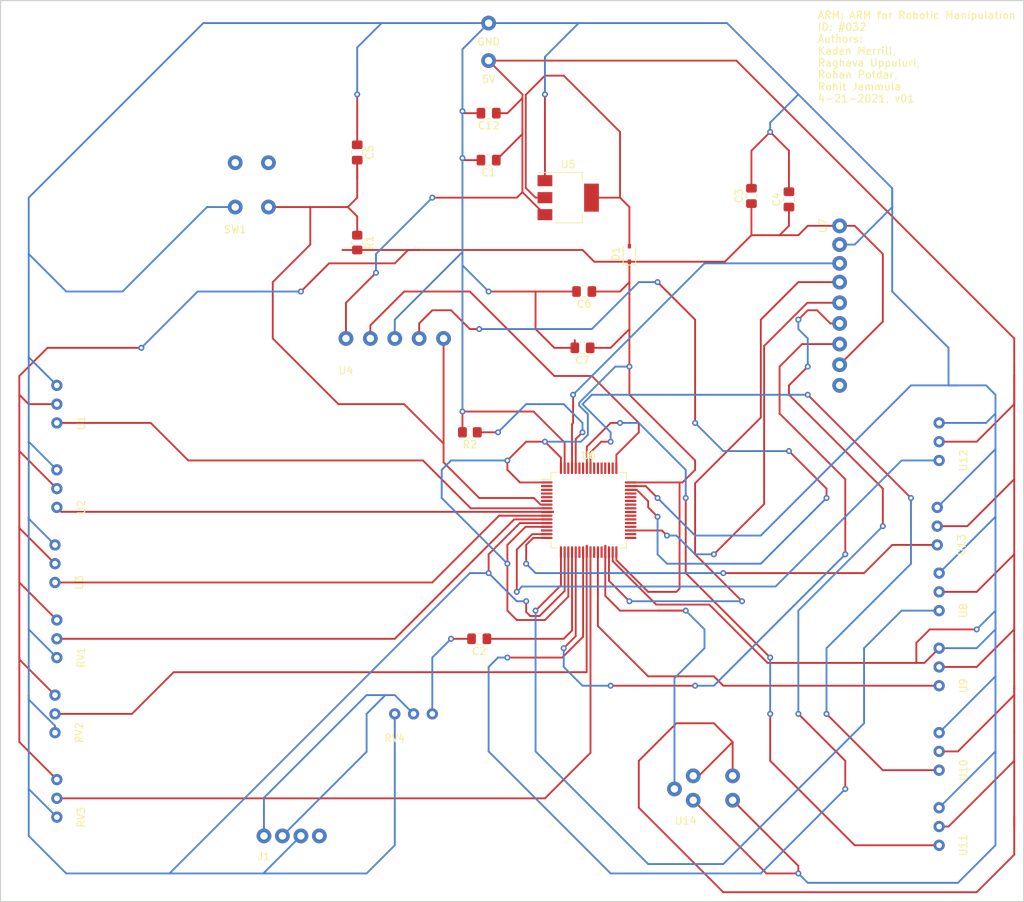
<source format=kicad_pcb>
(kicad_pcb (version 20171130) (host pcbnew "(5.1.10)-1")

  (general
    (thickness 1.6)
    (drawings 5)
    (tracks 631)
    (zones 0)
    (modules 33)
    (nets 61)
  )

  (page A4)
  (title_block
    (title "ARM PCB")
    (date 2022-04-21)
    (rev v01)
    (comment 1 "ARM: ARM for Robotic Manipulation #032")
    (comment 2 "Kaden Merrill, Raghava Uppuluri, Rohan Potdar, Rohit Jammula")
  )

  (layers
    (0 F.Cu signal)
    (31 B.Cu signal)
    (32 B.Adhes user)
    (33 F.Adhes user)
    (34 B.Paste user)
    (35 F.Paste user)
    (36 B.SilkS user)
    (37 F.SilkS user)
    (38 B.Mask user)
    (39 F.Mask user)
    (40 Dwgs.User user)
    (41 Cmts.User user)
    (42 Eco1.User user)
    (43 Eco2.User user)
    (44 Edge.Cuts user)
    (45 Margin user)
    (46 B.CrtYd user)
    (47 F.CrtYd user)
    (48 B.Fab user)
    (49 F.Fab user)
  )

  (setup
    (last_trace_width 0.25)
    (user_trace_width 0.06)
    (trace_clearance 0.2)
    (zone_clearance 0.508)
    (zone_45_only no)
    (trace_min 0.006)
    (via_size 0.8)
    (via_drill 0.4)
    (via_min_size 0.027)
    (via_min_drill 0.013)
    (uvia_size 0.3)
    (uvia_drill 0.1)
    (uvias_allowed no)
    (uvia_min_size 0.027)
    (uvia_min_drill 0.013)
    (edge_width 0.05)
    (segment_width 0.2)
    (pcb_text_width 0.3)
    (pcb_text_size 1.5 1.5)
    (mod_edge_width 0.12)
    (mod_text_size 1 1)
    (mod_text_width 0.15)
    (pad_size 2 2)
    (pad_drill 1)
    (pad_to_mask_clearance 0.0508)
    (solder_mask_min_width 0.101)
    (aux_axis_origin 0 0)
    (visible_elements 7FFFFFFF)
    (pcbplotparams
      (layerselection 0x010fc_ffffffff)
      (usegerberextensions false)
      (usegerberattributes true)
      (usegerberadvancedattributes true)
      (creategerberjobfile true)
      (excludeedgelayer true)
      (linewidth 0.100000)
      (plotframeref false)
      (viasonmask false)
      (mode 1)
      (useauxorigin false)
      (hpglpennumber 1)
      (hpglpenspeed 20)
      (hpglpendiameter 15.000000)
      (psnegative false)
      (psa4output false)
      (plotreference true)
      (plotvalue true)
      (plotinvisibletext false)
      (padsonsilk false)
      (subtractmaskfromsilk false)
      (outputformat 1)
      (mirror false)
      (drillshape 1)
      (scaleselection 1)
      (outputdirectory ""))
  )

  (net 0 "")
  (net 1 GND)
  (net 2 +5V)
  (net 3 "Net-(C3-Pad1)")
  (net 4 "Net-(U6-Pad62)")
  (net 5 "Net-(U6-Pad61)")
  (net 6 "Net-(U6-Pad59)")
  (net 7 "Net-(U6-Pad58)")
  (net 8 "Net-(U11-Pad1)")
  (net 9 "Net-(U10-Pad1)")
  (net 10 "Net-(U6-Pad55)")
  (net 11 "Net-(U6-Pad54)")
  (net 12 "Net-(U6-Pad53)")
  (net 13 "Net-(U6-Pad52)")
  (net 14 "Net-(U6-Pad51)")
  (net 15 "Net-(U6-Pad50)")
  (net 16 "Net-(U4-Pad2)")
  (net 17 "Net-(U4-Pad4)")
  (net 18 "Net-(U6-Pad45)")
  (net 19 "Net-(U6-Pad44)")
  (net 20 "Net-(U6-Pad43)")
  (net 21 "Net-(U6-Pad42)")
  (net 22 "Net-(U6-Pad41)")
  (net 23 "Net-(U6-Pad40)")
  (net 24 "Net-(U6-Pad39)")
  (net 25 "Net-(U6-Pad38)")
  (net 26 "Net-(U6-Pad37)")
  (net 27 "Net-(U6-Pad36)")
  (net 28 "Net-(U6-Pad35)")
  (net 29 "Net-(U6-Pad34)")
  (net 30 "Net-(U6-Pad33)")
  (net 31 "Net-(U6-Pad30)")
  (net 32 "Net-(U14-Pad3)")
  (net 33 "Net-(U6-Pad28)")
  (net 34 "Net-(U6-Pad27)")
  (net 35 "Net-(U6-Pad26)")
  (net 36 "Net-(RV3-Pad2)")
  (net 37 "Net-(RV2-Pad2)")
  (net 38 "Net-(U6-Pad23)")
  (net 39 "Net-(U6-Pad22)")
  (net 40 "Net-(U6-Pad21)")
  (net 41 "Net-(C2-Pad1)")
  (net 42 "Net-(U6-Pad17)")
  (net 43 "Net-(U13-Pad1)")
  (net 44 "Net-(U12-Pad1)")
  (net 45 "Net-(U6-Pad14)")
  (net 46 "Net-(RV1-Pad2)")
  (net 47 "Net-(U3-Pad1)")
  (net 48 "Net-(U2-Pad1)")
  (net 49 "Net-(U1-Pad1)")
  (net 50 "Net-(U6-Pad6)")
  (net 51 "Net-(U6-Pad5)")
  (net 52 "Net-(U6-Pad4)")
  (net 53 "Net-(U6-Pad3)")
  (net 54 "Net-(U6-Pad2)")
  (net 55 "Net-(C2-Pad2)")
  (net 56 "Net-(C5-Pad2)")
  (net 57 "Net-(D1-Pad2)")
  (net 58 "Net-(R2-Pad1)")
  (net 59 "Net-(J1-PadR1)")
  (net 60 "Net-(J1-PadS)")

  (net_class Default "This is the default net class."
    (clearance 0.2)
    (trace_width 0.25)
    (via_dia 0.8)
    (via_drill 0.4)
    (uvia_dia 0.3)
    (uvia_drill 0.1)
    (add_net +5V)
    (add_net GND)
    (add_net "Net-(C2-Pad1)")
    (add_net "Net-(C2-Pad2)")
    (add_net "Net-(C3-Pad1)")
    (add_net "Net-(C5-Pad2)")
    (add_net "Net-(D1-Pad2)")
    (add_net "Net-(J1-PadR1)")
    (add_net "Net-(J1-PadS)")
    (add_net "Net-(R2-Pad1)")
    (add_net "Net-(RV1-Pad2)")
    (add_net "Net-(RV2-Pad2)")
    (add_net "Net-(RV3-Pad2)")
    (add_net "Net-(U1-Pad1)")
    (add_net "Net-(U10-Pad1)")
    (add_net "Net-(U11-Pad1)")
    (add_net "Net-(U12-Pad1)")
    (add_net "Net-(U13-Pad1)")
    (add_net "Net-(U14-Pad3)")
    (add_net "Net-(U2-Pad1)")
    (add_net "Net-(U3-Pad1)")
    (add_net "Net-(U4-Pad2)")
    (add_net "Net-(U4-Pad4)")
    (add_net "Net-(U6-Pad14)")
    (add_net "Net-(U6-Pad17)")
    (add_net "Net-(U6-Pad2)")
    (add_net "Net-(U6-Pad21)")
    (add_net "Net-(U6-Pad22)")
    (add_net "Net-(U6-Pad23)")
    (add_net "Net-(U6-Pad26)")
    (add_net "Net-(U6-Pad27)")
    (add_net "Net-(U6-Pad28)")
    (add_net "Net-(U6-Pad3)")
    (add_net "Net-(U6-Pad30)")
    (add_net "Net-(U6-Pad33)")
    (add_net "Net-(U6-Pad34)")
    (add_net "Net-(U6-Pad35)")
    (add_net "Net-(U6-Pad36)")
    (add_net "Net-(U6-Pad37)")
    (add_net "Net-(U6-Pad38)")
    (add_net "Net-(U6-Pad39)")
    (add_net "Net-(U6-Pad4)")
    (add_net "Net-(U6-Pad40)")
    (add_net "Net-(U6-Pad41)")
    (add_net "Net-(U6-Pad42)")
    (add_net "Net-(U6-Pad43)")
    (add_net "Net-(U6-Pad44)")
    (add_net "Net-(U6-Pad45)")
    (add_net "Net-(U6-Pad5)")
    (add_net "Net-(U6-Pad50)")
    (add_net "Net-(U6-Pad51)")
    (add_net "Net-(U6-Pad52)")
    (add_net "Net-(U6-Pad53)")
    (add_net "Net-(U6-Pad54)")
    (add_net "Net-(U6-Pad55)")
    (add_net "Net-(U6-Pad58)")
    (add_net "Net-(U6-Pad59)")
    (add_net "Net-(U6-Pad6)")
    (add_net "Net-(U6-Pad61)")
    (add_net "Net-(U6-Pad62)")
  )

  (module "ece362 footprints:pwrgnd" (layer F.Cu) (tedit 62613F52) (tstamp 626147A9)
    (at 148.59 27.94)
    (fp_text reference 5V (at 0 0.5) (layer F.SilkS)
      (effects (font (size 1 1) (thickness 0.15)))
    )
    (fp_text value pwrgnd (at 0 -0.5) (layer F.Fab)
      (effects (font (size 1 1) (thickness 0.15)))
    )
    (pad 1 thru_hole circle (at 0 -2.032) (size 2 2) (drill 1) (layers *.Cu *.Mask)
      (net 2 +5V))
  )

  (module "ece362 footprints:pwrgnd" (layer F.Cu) (tedit 62613F43) (tstamp 62614794)
    (at 148.59 22.86)
    (fp_text reference GND (at 0 0.5) (layer F.SilkS)
      (effects (font (size 1 1) (thickness 0.15)))
    )
    (fp_text value pwrgnd (at 0 -0.5) (layer F.Fab)
      (effects (font (size 1 1) (thickness 0.15)))
    )
    (pad 1 thru_hole circle (at 0 -2.032) (size 2 2) (drill 1) (layers *.Cu *.Mask)
      (net 1 GND))
  )

  (module Capacitor_SMD:C_0805_2012Metric_Pad1.18x1.45mm_HandSolder (layer F.Cu) (tedit 5F68FEEF) (tstamp 626124D2)
    (at 148.59 39.37 180)
    (descr "Capacitor SMD 0805 (2012 Metric), square (rectangular) end terminal, IPC_7351 nominal with elongated pad for handsoldering. (Body size source: IPC-SM-782 page 76, https://www.pcb-3d.com/wordpress/wp-content/uploads/ipc-sm-782a_amendment_1_and_2.pdf, https://docs.google.com/spreadsheets/d/1BsfQQcO9C6DZCsRaXUlFlo91Tg2WpOkGARC1WS5S8t0/edit?usp=sharing), generated with kicad-footprint-generator")
    (tags "capacitor handsolder")
    (path /626C50D1)
    (attr smd)
    (fp_text reference C1 (at 0 -1.68) (layer F.SilkS)
      (effects (font (size 1 1) (thickness 0.15)))
    )
    (fp_text value "22 uF" (at 0 1.68) (layer F.Fab)
      (effects (font (size 1 1) (thickness 0.15)))
    )
    (fp_line (start -1 0.625) (end -1 -0.625) (layer F.Fab) (width 0.1))
    (fp_line (start -1 -0.625) (end 1 -0.625) (layer F.Fab) (width 0.1))
    (fp_line (start 1 -0.625) (end 1 0.625) (layer F.Fab) (width 0.1))
    (fp_line (start 1 0.625) (end -1 0.625) (layer F.Fab) (width 0.1))
    (fp_line (start -0.261252 -0.735) (end 0.261252 -0.735) (layer F.SilkS) (width 0.12))
    (fp_line (start -0.261252 0.735) (end 0.261252 0.735) (layer F.SilkS) (width 0.12))
    (fp_line (start -1.88 0.98) (end -1.88 -0.98) (layer F.CrtYd) (width 0.05))
    (fp_line (start -1.88 -0.98) (end 1.88 -0.98) (layer F.CrtYd) (width 0.05))
    (fp_line (start 1.88 -0.98) (end 1.88 0.98) (layer F.CrtYd) (width 0.05))
    (fp_line (start 1.88 0.98) (end -1.88 0.98) (layer F.CrtYd) (width 0.05))
    (fp_text user %R (at 0 0) (layer F.Fab)
      (effects (font (size 0.5 0.5) (thickness 0.08)))
    )
    (pad 1 smd roundrect (at -1.0375 0 180) (size 1.175 1.45) (layers F.Cu F.Paste F.Mask) (roundrect_rratio 0.212766)
      (net 2 +5V))
    (pad 2 smd roundrect (at 1.0375 0 180) (size 1.175 1.45) (layers F.Cu F.Paste F.Mask) (roundrect_rratio 0.212766)
      (net 1 GND))
    (model ${KISYS3DMOD}/Capacitor_SMD.3dshapes/C_0805_2012Metric.wrl
      (at (xyz 0 0 0))
      (scale (xyz 1 1 1))
      (rotate (xyz 0 0 0))
    )
  )

  (module Capacitor_SMD:C_0805_2012Metric_Pad1.18x1.45mm_HandSolder (layer F.Cu) (tedit 5F68FEEF) (tstamp 626124E3)
    (at 147.32 104.14 180)
    (descr "Capacitor SMD 0805 (2012 Metric), square (rectangular) end terminal, IPC_7351 nominal with elongated pad for handsoldering. (Body size source: IPC-SM-782 page 76, https://www.pcb-3d.com/wordpress/wp-content/uploads/ipc-sm-782a_amendment_1_and_2.pdf, https://docs.google.com/spreadsheets/d/1BsfQQcO9C6DZCsRaXUlFlo91Tg2WpOkGARC1WS5S8t0/edit?usp=sharing), generated with kicad-footprint-generator")
    (tags "capacitor handsolder")
    (path /626E8A35)
    (attr smd)
    (fp_text reference C2 (at 0 -1.68) (layer F.SilkS)
      (effects (font (size 1 1) (thickness 0.15)))
    )
    (fp_text value "10 uF" (at 0 1.68) (layer F.Fab)
      (effects (font (size 1 1) (thickness 0.15)))
    )
    (fp_line (start -1 0.625) (end -1 -0.625) (layer F.Fab) (width 0.1))
    (fp_line (start -1 -0.625) (end 1 -0.625) (layer F.Fab) (width 0.1))
    (fp_line (start 1 -0.625) (end 1 0.625) (layer F.Fab) (width 0.1))
    (fp_line (start 1 0.625) (end -1 0.625) (layer F.Fab) (width 0.1))
    (fp_line (start -0.261252 -0.735) (end 0.261252 -0.735) (layer F.SilkS) (width 0.12))
    (fp_line (start -0.261252 0.735) (end 0.261252 0.735) (layer F.SilkS) (width 0.12))
    (fp_line (start -1.88 0.98) (end -1.88 -0.98) (layer F.CrtYd) (width 0.05))
    (fp_line (start -1.88 -0.98) (end 1.88 -0.98) (layer F.CrtYd) (width 0.05))
    (fp_line (start 1.88 -0.98) (end 1.88 0.98) (layer F.CrtYd) (width 0.05))
    (fp_line (start 1.88 0.98) (end -1.88 0.98) (layer F.CrtYd) (width 0.05))
    (fp_text user %R (at 0 0) (layer F.Fab)
      (effects (font (size 0.5 0.5) (thickness 0.08)))
    )
    (pad 1 smd roundrect (at -1.0375 0 180) (size 1.175 1.45) (layers F.Cu F.Paste F.Mask) (roundrect_rratio 0.212766)
      (net 41 "Net-(C2-Pad1)"))
    (pad 2 smd roundrect (at 1.0375 0 180) (size 1.175 1.45) (layers F.Cu F.Paste F.Mask) (roundrect_rratio 0.212766)
      (net 55 "Net-(C2-Pad2)"))
    (model ${KISYS3DMOD}/Capacitor_SMD.3dshapes/C_0805_2012Metric.wrl
      (at (xyz 0 0 0))
      (scale (xyz 1 1 1))
      (rotate (xyz 0 0 0))
    )
  )

  (module Capacitor_SMD:C_0805_2012Metric_Pad1.18x1.45mm_HandSolder (layer F.Cu) (tedit 5F68FEEF) (tstamp 626124F4)
    (at 184.15 44.2175 90)
    (descr "Capacitor SMD 0805 (2012 Metric), square (rectangular) end terminal, IPC_7351 nominal with elongated pad for handsoldering. (Body size source: IPC-SM-782 page 76, https://www.pcb-3d.com/wordpress/wp-content/uploads/ipc-sm-782a_amendment_1_and_2.pdf, https://docs.google.com/spreadsheets/d/1BsfQQcO9C6DZCsRaXUlFlo91Tg2WpOkGARC1WS5S8t0/edit?usp=sharing), generated with kicad-footprint-generator")
    (tags "capacitor handsolder")
    (path /6271D569)
    (attr smd)
    (fp_text reference C3 (at 0 -1.68 90) (layer F.SilkS)
      (effects (font (size 1 1) (thickness 0.15)))
    )
    (fp_text value "0.1 uF" (at 0 1.68 90) (layer F.Fab)
      (effects (font (size 1 1) (thickness 0.15)))
    )
    (fp_line (start 1.88 0.98) (end -1.88 0.98) (layer F.CrtYd) (width 0.05))
    (fp_line (start 1.88 -0.98) (end 1.88 0.98) (layer F.CrtYd) (width 0.05))
    (fp_line (start -1.88 -0.98) (end 1.88 -0.98) (layer F.CrtYd) (width 0.05))
    (fp_line (start -1.88 0.98) (end -1.88 -0.98) (layer F.CrtYd) (width 0.05))
    (fp_line (start -0.261252 0.735) (end 0.261252 0.735) (layer F.SilkS) (width 0.12))
    (fp_line (start -0.261252 -0.735) (end 0.261252 -0.735) (layer F.SilkS) (width 0.12))
    (fp_line (start 1 0.625) (end -1 0.625) (layer F.Fab) (width 0.1))
    (fp_line (start 1 -0.625) (end 1 0.625) (layer F.Fab) (width 0.1))
    (fp_line (start -1 -0.625) (end 1 -0.625) (layer F.Fab) (width 0.1))
    (fp_line (start -1 0.625) (end -1 -0.625) (layer F.Fab) (width 0.1))
    (fp_text user %R (at 0 0 90) (layer F.Fab)
      (effects (font (size 0.5 0.5) (thickness 0.08)))
    )
    (pad 2 smd roundrect (at 1.0375 0 90) (size 1.175 1.45) (layers F.Cu F.Paste F.Mask) (roundrect_rratio 0.212766)
      (net 1 GND))
    (pad 1 smd roundrect (at -1.0375 0 90) (size 1.175 1.45) (layers F.Cu F.Paste F.Mask) (roundrect_rratio 0.212766)
      (net 3 "Net-(C3-Pad1)"))
    (model ${KISYS3DMOD}/Capacitor_SMD.3dshapes/C_0805_2012Metric.wrl
      (at (xyz 0 0 0))
      (scale (xyz 1 1 1))
      (rotate (xyz 0 0 0))
    )
  )

  (module Capacitor_SMD:C_0805_2012Metric_Pad1.18x1.45mm_HandSolder (layer F.Cu) (tedit 5F68FEEF) (tstamp 62612505)
    (at 189.23 44.6825 90)
    (descr "Capacitor SMD 0805 (2012 Metric), square (rectangular) end terminal, IPC_7351 nominal with elongated pad for handsoldering. (Body size source: IPC-SM-782 page 76, https://www.pcb-3d.com/wordpress/wp-content/uploads/ipc-sm-782a_amendment_1_and_2.pdf, https://docs.google.com/spreadsheets/d/1BsfQQcO9C6DZCsRaXUlFlo91Tg2WpOkGARC1WS5S8t0/edit?usp=sharing), generated with kicad-footprint-generator")
    (tags "capacitor handsolder")
    (path /6271BDBA)
    (attr smd)
    (fp_text reference C4 (at 0 -1.68 90) (layer F.SilkS)
      (effects (font (size 1 1) (thickness 0.15)))
    )
    (fp_text value "10 uF" (at 0 1.68 90) (layer F.Fab)
      (effects (font (size 1 1) (thickness 0.15)))
    )
    (fp_line (start -1 0.625) (end -1 -0.625) (layer F.Fab) (width 0.1))
    (fp_line (start -1 -0.625) (end 1 -0.625) (layer F.Fab) (width 0.1))
    (fp_line (start 1 -0.625) (end 1 0.625) (layer F.Fab) (width 0.1))
    (fp_line (start 1 0.625) (end -1 0.625) (layer F.Fab) (width 0.1))
    (fp_line (start -0.261252 -0.735) (end 0.261252 -0.735) (layer F.SilkS) (width 0.12))
    (fp_line (start -0.261252 0.735) (end 0.261252 0.735) (layer F.SilkS) (width 0.12))
    (fp_line (start -1.88 0.98) (end -1.88 -0.98) (layer F.CrtYd) (width 0.05))
    (fp_line (start -1.88 -0.98) (end 1.88 -0.98) (layer F.CrtYd) (width 0.05))
    (fp_line (start 1.88 -0.98) (end 1.88 0.98) (layer F.CrtYd) (width 0.05))
    (fp_line (start 1.88 0.98) (end -1.88 0.98) (layer F.CrtYd) (width 0.05))
    (fp_text user %R (at 0 0 90) (layer F.Fab)
      (effects (font (size 0.5 0.5) (thickness 0.08)))
    )
    (pad 1 smd roundrect (at -1.0375 0 90) (size 1.175 1.45) (layers F.Cu F.Paste F.Mask) (roundrect_rratio 0.212766)
      (net 3 "Net-(C3-Pad1)"))
    (pad 2 smd roundrect (at 1.0375 0 90) (size 1.175 1.45) (layers F.Cu F.Paste F.Mask) (roundrect_rratio 0.212766)
      (net 1 GND))
    (model ${KISYS3DMOD}/Capacitor_SMD.3dshapes/C_0805_2012Metric.wrl
      (at (xyz 0 0 0))
      (scale (xyz 1 1 1))
      (rotate (xyz 0 0 0))
    )
  )

  (module Capacitor_SMD:C_0805_2012Metric_Pad1.18x1.45mm_HandSolder (layer F.Cu) (tedit 5F68FEEF) (tstamp 62612516)
    (at 130.81 38.3325 270)
    (descr "Capacitor SMD 0805 (2012 Metric), square (rectangular) end terminal, IPC_7351 nominal with elongated pad for handsoldering. (Body size source: IPC-SM-782 page 76, https://www.pcb-3d.com/wordpress/wp-content/uploads/ipc-sm-782a_amendment_1_and_2.pdf, https://docs.google.com/spreadsheets/d/1BsfQQcO9C6DZCsRaXUlFlo91Tg2WpOkGARC1WS5S8t0/edit?usp=sharing), generated with kicad-footprint-generator")
    (tags "capacitor handsolder")
    (path /62759D04)
    (attr smd)
    (fp_text reference C5 (at 0 -1.68 90) (layer F.SilkS)
      (effects (font (size 1 1) (thickness 0.15)))
    )
    (fp_text value C_Small (at 0 1.68 90) (layer F.Fab)
      (effects (font (size 1 1) (thickness 0.15)))
    )
    (fp_line (start 1.88 0.98) (end -1.88 0.98) (layer F.CrtYd) (width 0.05))
    (fp_line (start 1.88 -0.98) (end 1.88 0.98) (layer F.CrtYd) (width 0.05))
    (fp_line (start -1.88 -0.98) (end 1.88 -0.98) (layer F.CrtYd) (width 0.05))
    (fp_line (start -1.88 0.98) (end -1.88 -0.98) (layer F.CrtYd) (width 0.05))
    (fp_line (start -0.261252 0.735) (end 0.261252 0.735) (layer F.SilkS) (width 0.12))
    (fp_line (start -0.261252 -0.735) (end 0.261252 -0.735) (layer F.SilkS) (width 0.12))
    (fp_line (start 1 0.625) (end -1 0.625) (layer F.Fab) (width 0.1))
    (fp_line (start 1 -0.625) (end 1 0.625) (layer F.Fab) (width 0.1))
    (fp_line (start -1 -0.625) (end 1 -0.625) (layer F.Fab) (width 0.1))
    (fp_line (start -1 0.625) (end -1 -0.625) (layer F.Fab) (width 0.1))
    (fp_text user %R (at 0 0 90) (layer F.Fab)
      (effects (font (size 0.5 0.5) (thickness 0.08)))
    )
    (pad 2 smd roundrect (at 1.0375 0 270) (size 1.175 1.45) (layers F.Cu F.Paste F.Mask) (roundrect_rratio 0.212766)
      (net 56 "Net-(C5-Pad2)"))
    (pad 1 smd roundrect (at -1.0375 0 270) (size 1.175 1.45) (layers F.Cu F.Paste F.Mask) (roundrect_rratio 0.212766)
      (net 1 GND))
    (model ${KISYS3DMOD}/Capacitor_SMD.3dshapes/C_0805_2012Metric.wrl
      (at (xyz 0 0 0))
      (scale (xyz 1 1 1))
      (rotate (xyz 0 0 0))
    )
  )

  (module Capacitor_SMD:C_0805_2012Metric_Pad1.18x1.45mm_HandSolder (layer F.Cu) (tedit 5F68FEEF) (tstamp 62612527)
    (at 161.5225 57.15 180)
    (descr "Capacitor SMD 0805 (2012 Metric), square (rectangular) end terminal, IPC_7351 nominal with elongated pad for handsoldering. (Body size source: IPC-SM-782 page 76, https://www.pcb-3d.com/wordpress/wp-content/uploads/ipc-sm-782a_amendment_1_and_2.pdf, https://docs.google.com/spreadsheets/d/1BsfQQcO9C6DZCsRaXUlFlo91Tg2WpOkGARC1WS5S8t0/edit?usp=sharing), generated with kicad-footprint-generator")
    (tags "capacitor handsolder")
    (path /626E2E01)
    (attr smd)
    (fp_text reference C6 (at 0 -1.68) (layer F.SilkS)
      (effects (font (size 1 1) (thickness 0.15)))
    )
    (fp_text value C_Small (at 0 1.68) (layer F.Fab)
      (effects (font (size 1 1) (thickness 0.15)))
    )
    (fp_line (start 1.88 0.98) (end -1.88 0.98) (layer F.CrtYd) (width 0.05))
    (fp_line (start 1.88 -0.98) (end 1.88 0.98) (layer F.CrtYd) (width 0.05))
    (fp_line (start -1.88 -0.98) (end 1.88 -0.98) (layer F.CrtYd) (width 0.05))
    (fp_line (start -1.88 0.98) (end -1.88 -0.98) (layer F.CrtYd) (width 0.05))
    (fp_line (start -0.261252 0.735) (end 0.261252 0.735) (layer F.SilkS) (width 0.12))
    (fp_line (start -0.261252 -0.735) (end 0.261252 -0.735) (layer F.SilkS) (width 0.12))
    (fp_line (start 1 0.625) (end -1 0.625) (layer F.Fab) (width 0.1))
    (fp_line (start 1 -0.625) (end 1 0.625) (layer F.Fab) (width 0.1))
    (fp_line (start -1 -0.625) (end 1 -0.625) (layer F.Fab) (width 0.1))
    (fp_line (start -1 0.625) (end -1 -0.625) (layer F.Fab) (width 0.1))
    (fp_text user %R (at 0 0) (layer F.Fab)
      (effects (font (size 0.5 0.5) (thickness 0.08)))
    )
    (pad 2 smd roundrect (at 1.0375 0 180) (size 1.175 1.45) (layers F.Cu F.Paste F.Mask) (roundrect_rratio 0.212766)
      (net 1 GND))
    (pad 1 smd roundrect (at -1.0375 0 180) (size 1.175 1.45) (layers F.Cu F.Paste F.Mask) (roundrect_rratio 0.212766)
      (net 3 "Net-(C3-Pad1)"))
    (model ${KISYS3DMOD}/Capacitor_SMD.3dshapes/C_0805_2012Metric.wrl
      (at (xyz 0 0 0))
      (scale (xyz 1 1 1))
      (rotate (xyz 0 0 0))
    )
  )

  (module Capacitor_SMD:C_0805_2012Metric_Pad1.18x1.45mm_HandSolder (layer F.Cu) (tedit 5F68FEEF) (tstamp 62612538)
    (at 161.29 64.77 180)
    (descr "Capacitor SMD 0805 (2012 Metric), square (rectangular) end terminal, IPC_7351 nominal with elongated pad for handsoldering. (Body size source: IPC-SM-782 page 76, https://www.pcb-3d.com/wordpress/wp-content/uploads/ipc-sm-782a_amendment_1_and_2.pdf, https://docs.google.com/spreadsheets/d/1BsfQQcO9C6DZCsRaXUlFlo91Tg2WpOkGARC1WS5S8t0/edit?usp=sharing), generated with kicad-footprint-generator")
    (tags "capacitor handsolder")
    (path /626EDC42)
    (attr smd)
    (fp_text reference C7 (at 0 -1.68) (layer F.SilkS)
      (effects (font (size 1 1) (thickness 0.15)))
    )
    (fp_text value C_Small (at 0 1.68) (layer F.Fab)
      (effects (font (size 1 1) (thickness 0.15)))
    )
    (fp_line (start -1 0.625) (end -1 -0.625) (layer F.Fab) (width 0.1))
    (fp_line (start -1 -0.625) (end 1 -0.625) (layer F.Fab) (width 0.1))
    (fp_line (start 1 -0.625) (end 1 0.625) (layer F.Fab) (width 0.1))
    (fp_line (start 1 0.625) (end -1 0.625) (layer F.Fab) (width 0.1))
    (fp_line (start -0.261252 -0.735) (end 0.261252 -0.735) (layer F.SilkS) (width 0.12))
    (fp_line (start -0.261252 0.735) (end 0.261252 0.735) (layer F.SilkS) (width 0.12))
    (fp_line (start -1.88 0.98) (end -1.88 -0.98) (layer F.CrtYd) (width 0.05))
    (fp_line (start -1.88 -0.98) (end 1.88 -0.98) (layer F.CrtYd) (width 0.05))
    (fp_line (start 1.88 -0.98) (end 1.88 0.98) (layer F.CrtYd) (width 0.05))
    (fp_line (start 1.88 0.98) (end -1.88 0.98) (layer F.CrtYd) (width 0.05))
    (fp_text user %R (at 0 0) (layer F.Fab)
      (effects (font (size 0.5 0.5) (thickness 0.08)))
    )
    (pad 1 smd roundrect (at -1.0375 0 180) (size 1.175 1.45) (layers F.Cu F.Paste F.Mask) (roundrect_rratio 0.212766)
      (net 3 "Net-(C3-Pad1)"))
    (pad 2 smd roundrect (at 1.0375 0 180) (size 1.175 1.45) (layers F.Cu F.Paste F.Mask) (roundrect_rratio 0.212766)
      (net 1 GND))
    (model ${KISYS3DMOD}/Capacitor_SMD.3dshapes/C_0805_2012Metric.wrl
      (at (xyz 0 0 0))
      (scale (xyz 1 1 1))
      (rotate (xyz 0 0 0))
    )
  )

  (module Capacitor_SMD:C_0805_2012Metric_Pad1.18x1.45mm_HandSolder (layer F.Cu) (tedit 5F68FEEF) (tstamp 62612549)
    (at 148.59 33.02 180)
    (descr "Capacitor SMD 0805 (2012 Metric), square (rectangular) end terminal, IPC_7351 nominal with elongated pad for handsoldering. (Body size source: IPC-SM-782 page 76, https://www.pcb-3d.com/wordpress/wp-content/uploads/ipc-sm-782a_amendment_1_and_2.pdf, https://docs.google.com/spreadsheets/d/1BsfQQcO9C6DZCsRaXUlFlo91Tg2WpOkGARC1WS5S8t0/edit?usp=sharing), generated with kicad-footprint-generator")
    (tags "capacitor handsolder")
    (path /626BABF1)
    (attr smd)
    (fp_text reference C12 (at 0 -1.68) (layer F.SilkS)
      (effects (font (size 1 1) (thickness 0.15)))
    )
    (fp_text value C_Small (at 0 1.68) (layer F.Fab)
      (effects (font (size 1 1) (thickness 0.15)))
    )
    (fp_line (start 1.88 0.98) (end -1.88 0.98) (layer F.CrtYd) (width 0.05))
    (fp_line (start 1.88 -0.98) (end 1.88 0.98) (layer F.CrtYd) (width 0.05))
    (fp_line (start -1.88 -0.98) (end 1.88 -0.98) (layer F.CrtYd) (width 0.05))
    (fp_line (start -1.88 0.98) (end -1.88 -0.98) (layer F.CrtYd) (width 0.05))
    (fp_line (start -0.261252 0.735) (end 0.261252 0.735) (layer F.SilkS) (width 0.12))
    (fp_line (start -0.261252 -0.735) (end 0.261252 -0.735) (layer F.SilkS) (width 0.12))
    (fp_line (start 1 0.625) (end -1 0.625) (layer F.Fab) (width 0.1))
    (fp_line (start 1 -0.625) (end 1 0.625) (layer F.Fab) (width 0.1))
    (fp_line (start -1 -0.625) (end 1 -0.625) (layer F.Fab) (width 0.1))
    (fp_line (start -1 0.625) (end -1 -0.625) (layer F.Fab) (width 0.1))
    (fp_text user %R (at 0 0) (layer F.Fab)
      (effects (font (size 0.5 0.5) (thickness 0.08)))
    )
    (pad 2 smd roundrect (at 1.0375 0 180) (size 1.175 1.45) (layers F.Cu F.Paste F.Mask) (roundrect_rratio 0.212766)
      (net 1 GND))
    (pad 1 smd roundrect (at -1.0375 0 180) (size 1.175 1.45) (layers F.Cu F.Paste F.Mask) (roundrect_rratio 0.212766)
      (net 2 +5V))
    (model ${KISYS3DMOD}/Capacitor_SMD.3dshapes/C_0805_2012Metric.wrl
      (at (xyz 0 0 0))
      (scale (xyz 1 1 1))
      (rotate (xyz 0 0 0))
    )
  )

  (module Diode_SMD:D_SOD-323 (layer F.Cu) (tedit 58641739) (tstamp 62612561)
    (at 167.64 52.07 90)
    (descr SOD-323)
    (tags SOD-323)
    (path /626855C9)
    (attr smd)
    (fp_text reference D1 (at 0 -1.85 90) (layer F.SilkS)
      (effects (font (size 1 1) (thickness 0.15)))
    )
    (fp_text value BAT60A (at 0.1 1.9 90) (layer F.Fab)
      (effects (font (size 1 1) (thickness 0.15)))
    )
    (fp_line (start -1.5 -0.85) (end -1.5 0.85) (layer F.SilkS) (width 0.12))
    (fp_line (start 0.2 0) (end 0.45 0) (layer F.Fab) (width 0.1))
    (fp_line (start 0.2 0.35) (end -0.3 0) (layer F.Fab) (width 0.1))
    (fp_line (start 0.2 -0.35) (end 0.2 0.35) (layer F.Fab) (width 0.1))
    (fp_line (start -0.3 0) (end 0.2 -0.35) (layer F.Fab) (width 0.1))
    (fp_line (start -0.3 0) (end -0.5 0) (layer F.Fab) (width 0.1))
    (fp_line (start -0.3 -0.35) (end -0.3 0.35) (layer F.Fab) (width 0.1))
    (fp_line (start -0.9 0.7) (end -0.9 -0.7) (layer F.Fab) (width 0.1))
    (fp_line (start 0.9 0.7) (end -0.9 0.7) (layer F.Fab) (width 0.1))
    (fp_line (start 0.9 -0.7) (end 0.9 0.7) (layer F.Fab) (width 0.1))
    (fp_line (start -0.9 -0.7) (end 0.9 -0.7) (layer F.Fab) (width 0.1))
    (fp_line (start -1.6 -0.95) (end 1.6 -0.95) (layer F.CrtYd) (width 0.05))
    (fp_line (start 1.6 -0.95) (end 1.6 0.95) (layer F.CrtYd) (width 0.05))
    (fp_line (start -1.6 0.95) (end 1.6 0.95) (layer F.CrtYd) (width 0.05))
    (fp_line (start -1.6 -0.95) (end -1.6 0.95) (layer F.CrtYd) (width 0.05))
    (fp_line (start -1.5 0.85) (end 1.05 0.85) (layer F.SilkS) (width 0.12))
    (fp_line (start -1.5 -0.85) (end 1.05 -0.85) (layer F.SilkS) (width 0.12))
    (fp_text user %R (at 0 -1.85 90) (layer F.Fab)
      (effects (font (size 1 1) (thickness 0.15)))
    )
    (pad 1 smd rect (at -1.05 0 90) (size 0.6 0.45) (layers F.Cu F.Paste F.Mask)
      (net 3 "Net-(C3-Pad1)"))
    (pad 2 smd rect (at 1.05 0 90) (size 0.6 0.45) (layers F.Cu F.Paste F.Mask)
      (net 57 "Net-(D1-Pad2)"))
    (model ${KISYS3DMOD}/Diode_SMD.3dshapes/D_SOD-323.wrl
      (at (xyz 0 0 0))
      (scale (xyz 1 1 1))
      (rotate (xyz 0 0 0))
    )
  )

  (module "ece362 footprints:audioJack" (layer F.Cu) (tedit 6260EF12) (tstamp 62612569)
    (at 118.19 133.096)
    (path /62608F2E)
    (fp_text reference J1 (at 0 0.5) (layer F.SilkS)
      (effects (font (size 1 1) (thickness 0.15)))
    )
    (fp_text value AudioJack4 (at 0 -0.5) (layer F.Fab)
      (effects (font (size 1 1) (thickness 0.15)))
    )
    (pad T thru_hole circle (at 0 -2.286) (size 2 2) (drill 1) (layers *.Cu *.Mask)
      (net 59 "Net-(J1-PadR1)"))
    (pad R1 thru_hole circle (at 2.5 -2.286) (size 2 2) (drill 1) (layers *.Cu *.Mask)
      (net 59 "Net-(J1-PadR1)"))
    (pad R2 thru_hole circle (at 5 -2.286) (size 2 2) (drill 1) (layers *.Cu *.Mask)
      (net 1 GND))
    (pad S thru_hole circle (at 7.5 -2.286) (size 2 2) (drill 1) (layers *.Cu *.Mask)
      (net 60 "Net-(J1-PadS)"))
  )

  (module Resistor_SMD:R_0805_2012Metric_Pad1.20x1.40mm_HandSolder (layer F.Cu) (tedit 5F68FEEE) (tstamp 6261257A)
    (at 130.81 50.53 270)
    (descr "Resistor SMD 0805 (2012 Metric), square (rectangular) end terminal, IPC_7351 nominal with elongated pad for handsoldering. (Body size source: IPC-SM-782 page 72, https://www.pcb-3d.com/wordpress/wp-content/uploads/ipc-sm-782a_amendment_1_and_2.pdf), generated with kicad-footprint-generator")
    (tags "resistor handsolder")
    (path /627679F8)
    (attr smd)
    (fp_text reference R1 (at 0 -1.65 90) (layer F.SilkS)
      (effects (font (size 1 1) (thickness 0.15)))
    )
    (fp_text value Device_R_US (at 0 1.65 90) (layer F.Fab)
      (effects (font (size 1 1) (thickness 0.15)))
    )
    (fp_line (start 1.85 0.95) (end -1.85 0.95) (layer F.CrtYd) (width 0.05))
    (fp_line (start 1.85 -0.95) (end 1.85 0.95) (layer F.CrtYd) (width 0.05))
    (fp_line (start -1.85 -0.95) (end 1.85 -0.95) (layer F.CrtYd) (width 0.05))
    (fp_line (start -1.85 0.95) (end -1.85 -0.95) (layer F.CrtYd) (width 0.05))
    (fp_line (start -0.227064 0.735) (end 0.227064 0.735) (layer F.SilkS) (width 0.12))
    (fp_line (start -0.227064 -0.735) (end 0.227064 -0.735) (layer F.SilkS) (width 0.12))
    (fp_line (start 1 0.625) (end -1 0.625) (layer F.Fab) (width 0.1))
    (fp_line (start 1 -0.625) (end 1 0.625) (layer F.Fab) (width 0.1))
    (fp_line (start -1 -0.625) (end 1 -0.625) (layer F.Fab) (width 0.1))
    (fp_line (start -1 0.625) (end -1 -0.625) (layer F.Fab) (width 0.1))
    (fp_text user %R (at 0 0 90) (layer F.Fab)
      (effects (font (size 0.5 0.5) (thickness 0.08)))
    )
    (pad 2 smd roundrect (at 1 0 270) (size 1.2 1.4) (layers F.Cu F.Paste F.Mask) (roundrect_rratio 0.208333)
      (net 3 "Net-(C3-Pad1)"))
    (pad 1 smd roundrect (at -1 0 270) (size 1.2 1.4) (layers F.Cu F.Paste F.Mask) (roundrect_rratio 0.208333)
      (net 56 "Net-(C5-Pad2)"))
    (model ${KISYS3DMOD}/Resistor_SMD.3dshapes/R_0805_2012Metric.wrl
      (at (xyz 0 0 0))
      (scale (xyz 1 1 1))
      (rotate (xyz 0 0 0))
    )
  )

  (module Resistor_SMD:R_0805_2012Metric_Pad1.20x1.40mm_HandSolder (layer F.Cu) (tedit 5F68FEEE) (tstamp 6261258B)
    (at 146.05 76.2 180)
    (descr "Resistor SMD 0805 (2012 Metric), square (rectangular) end terminal, IPC_7351 nominal with elongated pad for handsoldering. (Body size source: IPC-SM-782 page 72, https://www.pcb-3d.com/wordpress/wp-content/uploads/ipc-sm-782a_amendment_1_and_2.pdf), generated with kicad-footprint-generator")
    (tags "resistor handsolder")
    (path /62707E9E)
    (attr smd)
    (fp_text reference R2 (at 0 -1.65) (layer F.SilkS)
      (effects (font (size 1 1) (thickness 0.15)))
    )
    (fp_text value R_Small_US (at 0 1.65) (layer F.Fab)
      (effects (font (size 1 1) (thickness 0.15)))
    )
    (fp_line (start -1 0.625) (end -1 -0.625) (layer F.Fab) (width 0.1))
    (fp_line (start -1 -0.625) (end 1 -0.625) (layer F.Fab) (width 0.1))
    (fp_line (start 1 -0.625) (end 1 0.625) (layer F.Fab) (width 0.1))
    (fp_line (start 1 0.625) (end -1 0.625) (layer F.Fab) (width 0.1))
    (fp_line (start -0.227064 -0.735) (end 0.227064 -0.735) (layer F.SilkS) (width 0.12))
    (fp_line (start -0.227064 0.735) (end 0.227064 0.735) (layer F.SilkS) (width 0.12))
    (fp_line (start -1.85 0.95) (end -1.85 -0.95) (layer F.CrtYd) (width 0.05))
    (fp_line (start -1.85 -0.95) (end 1.85 -0.95) (layer F.CrtYd) (width 0.05))
    (fp_line (start 1.85 -0.95) (end 1.85 0.95) (layer F.CrtYd) (width 0.05))
    (fp_line (start 1.85 0.95) (end -1.85 0.95) (layer F.CrtYd) (width 0.05))
    (fp_text user %R (at 0 0) (layer F.Fab)
      (effects (font (size 0.5 0.5) (thickness 0.08)))
    )
    (pad 1 smd roundrect (at -1 0 180) (size 1.2 1.4) (layers F.Cu F.Paste F.Mask) (roundrect_rratio 0.208333)
      (net 58 "Net-(R2-Pad1)"))
    (pad 2 smd roundrect (at 1 0 180) (size 1.2 1.4) (layers F.Cu F.Paste F.Mask) (roundrect_rratio 0.208333)
      (net 1 GND))
    (model ${KISYS3DMOD}/Resistor_SMD.3dshapes/R_0805_2012Metric.wrl
      (at (xyz 0 0 0))
      (scale (xyz 1 1 1))
      (rotate (xyz 0 0 0))
    )
  )

  (module "ece362 footprints:joysticks" (layer F.Cu) (tedit 62603486) (tstamp 62612592)
    (at 92.964 106.68 90)
    (path /6263C923)
    (fp_text reference RV1 (at 0 0.5 90) (layer F.SilkS)
      (effects (font (size 1 1) (thickness 0.15)))
    )
    (fp_text value R_POT_US (at 0 -0.5 90) (layer F.Fab)
      (effects (font (size 1 1) (thickness 0.15)))
    )
    (pad 3 thru_hole circle (at 5.08 -2.794 90) (size 1.524 1.524) (drill 0.762) (layers *.Cu *.Mask)
      (net 3 "Net-(C3-Pad1)"))
    (pad 2 thru_hole circle (at 2.54 -2.794 90) (size 1.524 1.524) (drill 0.762) (layers *.Cu *.Mask)
      (net 46 "Net-(RV1-Pad2)"))
    (pad 1 thru_hole circle (at 0 -2.794 90) (size 1.524 1.524) (drill 0.762) (layers *.Cu *.Mask)
      (net 1 GND))
  )

  (module "ece362 footprints:joysticks" (layer F.Cu) (tedit 62603486) (tstamp 62612599)
    (at 92.71 116.84 90)
    (path /6263DAEC)
    (fp_text reference RV2 (at 0 0.5 90) (layer F.SilkS)
      (effects (font (size 1 1) (thickness 0.15)))
    )
    (fp_text value R_POT_US (at 0 -0.5 90) (layer F.Fab)
      (effects (font (size 1 1) (thickness 0.15)))
    )
    (pad 1 thru_hole circle (at 0 -2.794 90) (size 1.524 1.524) (drill 0.762) (layers *.Cu *.Mask)
      (net 1 GND))
    (pad 2 thru_hole circle (at 2.54 -2.794 90) (size 1.524 1.524) (drill 0.762) (layers *.Cu *.Mask)
      (net 37 "Net-(RV2-Pad2)"))
    (pad 3 thru_hole circle (at 5.08 -2.794 90) (size 1.524 1.524) (drill 0.762) (layers *.Cu *.Mask)
      (net 3 "Net-(C3-Pad1)"))
  )

  (module "ece362 footprints:joysticks" (layer F.Cu) (tedit 62603486) (tstamp 626125A0)
    (at 92.964 128.27 90)
    (path /6263F769)
    (fp_text reference RV3 (at 0 0.5 90) (layer F.SilkS)
      (effects (font (size 1 1) (thickness 0.15)))
    )
    (fp_text value R_POT_US (at 0 -0.5 90) (layer F.Fab)
      (effects (font (size 1 1) (thickness 0.15)))
    )
    (pad 3 thru_hole circle (at 5.08 -2.794 90) (size 1.524 1.524) (drill 0.762) (layers *.Cu *.Mask)
      (net 3 "Net-(C3-Pad1)"))
    (pad 2 thru_hole circle (at 2.54 -2.794 90) (size 1.524 1.524) (drill 0.762) (layers *.Cu *.Mask)
      (net 36 "Net-(RV3-Pad2)"))
    (pad 1 thru_hole circle (at 0 -2.794 90) (size 1.524 1.524) (drill 0.762) (layers *.Cu *.Mask)
      (net 1 GND))
  )

  (module "ece362 footprints:joysticks" (layer F.Cu) (tedit 62603486) (tstamp 626125A7)
    (at 135.89 117.094)
    (path /6268A4B6)
    (fp_text reference RV4 (at 0 0.5) (layer F.SilkS)
      (effects (font (size 1 1) (thickness 0.15)))
    )
    (fp_text value R_POT_US (at 0 -0.5) (layer F.Fab)
      (effects (font (size 1 1) (thickness 0.15)))
    )
    (pad 1 thru_hole circle (at 0 -2.794) (size 1.524 1.524) (drill 0.762) (layers *.Cu *.Mask)
      (net 1 GND))
    (pad 2 thru_hole circle (at 2.54 -2.794) (size 1.524 1.524) (drill 0.762) (layers *.Cu *.Mask)
      (net 59 "Net-(J1-PadR1)"))
    (pad 3 thru_hole circle (at 5.08 -2.794) (size 1.524 1.524) (drill 0.762) (layers *.Cu *.Mask)
      (net 55 "Net-(C2-Pad2)"))
  )

  (module "ece362 footprints:nrstButton" (layer F.Cu) (tedit 6260E395) (tstamp 626125AF)
    (at 114.3 48.26)
    (path /627297FD)
    (fp_text reference SW1 (at 0 0.5) (layer F.SilkS)
      (effects (font (size 1 1) (thickness 0.15)))
    )
    (fp_text value Switch_SW_Push (at 0 -0.5) (layer F.Fab)
      (effects (font (size 1 1) (thickness 0.15)))
    )
    (pad 1 thru_hole circle (at 0 -2.54) (size 2 2) (drill 1) (layers *.Cu *.Mask)
      (net 1 GND))
    (pad 2 thru_hole circle (at 4.5 -2.54) (size 2 2) (drill 1) (layers *.Cu *.Mask)
      (net 56 "Net-(C5-Pad2)"))
    (pad 3 thru_hole circle (at 0 -8.54) (size 2 2) (drill 1) (layers *.Cu *.Mask))
    (pad 4 thru_hole circle (at 4.5 -8.54) (size 2 2) (drill 1) (layers *.Cu *.Mask))
  )

  (module "ece362 footprints:joysticks" (layer F.Cu) (tedit 62603486) (tstamp 626125B6)
    (at 92.964 74.93 90)
    (path /6262D36D)
    (fp_text reference U1 (at 0 0.5 90) (layer F.SilkS)
      (effects (font (size 1 1) (thickness 0.15)))
    )
    (fp_text value joystick_or_servo (at 0 -0.5 90) (layer F.Fab)
      (effects (font (size 1 1) (thickness 0.15)))
    )
    (pad 3 thru_hole circle (at 5.08 -2.794 90) (size 1.524 1.524) (drill 0.762) (layers *.Cu *.Mask)
      (net 1 GND))
    (pad 2 thru_hole circle (at 2.54 -2.794 90) (size 1.524 1.524) (drill 0.762) (layers *.Cu *.Mask)
      (net 3 "Net-(C3-Pad1)"))
    (pad 1 thru_hole circle (at 0 -2.794 90) (size 1.524 1.524) (drill 0.762) (layers *.Cu *.Mask)
      (net 49 "Net-(U1-Pad1)"))
  )

  (module "ece362 footprints:joysticks" (layer F.Cu) (tedit 62603486) (tstamp 626125BD)
    (at 92.964 86.36 90)
    (path /6262EF32)
    (fp_text reference U2 (at 0 0.5 90) (layer F.SilkS)
      (effects (font (size 1 1) (thickness 0.15)))
    )
    (fp_text value joystick_or_servo (at 0 -0.5 90) (layer F.Fab)
      (effects (font (size 1 1) (thickness 0.15)))
    )
    (pad 1 thru_hole circle (at 0 -2.794 90) (size 1.524 1.524) (drill 0.762) (layers *.Cu *.Mask)
      (net 48 "Net-(U2-Pad1)"))
    (pad 2 thru_hole circle (at 2.54 -2.794 90) (size 1.524 1.524) (drill 0.762) (layers *.Cu *.Mask)
      (net 3 "Net-(C3-Pad1)"))
    (pad 3 thru_hole circle (at 5.08 -2.794 90) (size 1.524 1.524) (drill 0.762) (layers *.Cu *.Mask)
      (net 1 GND))
  )

  (module "ece362 footprints:joysticks" (layer F.Cu) (tedit 62603486) (tstamp 626125C4)
    (at 92.71 96.52 90)
    (path /626304E3)
    (fp_text reference U3 (at 0 0.5 90) (layer F.SilkS)
      (effects (font (size 1 1) (thickness 0.15)))
    )
    (fp_text value joystick_or_servo (at 0 -0.5 90) (layer F.Fab)
      (effects (font (size 1 1) (thickness 0.15)))
    )
    (pad 3 thru_hole circle (at 5.08 -2.794 90) (size 1.524 1.524) (drill 0.762) (layers *.Cu *.Mask)
      (net 1 GND))
    (pad 2 thru_hole circle (at 2.54 -2.794 90) (size 1.524 1.524) (drill 0.762) (layers *.Cu *.Mask)
      (net 3 "Net-(C3-Pad1)"))
    (pad 1 thru_hole circle (at 0 -2.794 90) (size 1.524 1.524) (drill 0.762) (layers *.Cu *.Mask)
      (net 47 "Net-(U3-Pad1)"))
  )

  (module "ece362 footprints:programmerblockthing" (layer F.Cu) (tedit 6260CB90) (tstamp 626125CD)
    (at 129.286 67.31)
    (path /626433FD)
    (fp_text reference U4 (at 0 0.5) (layer F.SilkS)
      (effects (font (size 1 1) (thickness 0.15)))
    )
    (fp_text value programmerblock (at 0 -0.5) (layer F.Fab)
      (effects (font (size 1 1) (thickness 0.15)))
    )
    (pad 1 thru_hole circle (at 0 -3.81) (size 2 2) (drill 1) (layers *.Cu *.Mask)
      (net 2 +5V))
    (pad 2 thru_hole circle (at 3.302 -3.81) (size 2 2) (drill 1) (layers *.Cu *.Mask)
      (net 16 "Net-(U4-Pad2)"))
    (pad 3 thru_hole circle (at 6.604 -3.81) (size 2 2) (drill 1) (layers *.Cu *.Mask)
      (net 1 GND))
    (pad 4 thru_hole circle (at 9.906 -3.81) (size 2 2) (drill 1) (layers *.Cu *.Mask)
      (net 17 "Net-(U4-Pad4)"))
    (pad 5 thru_hole circle (at 13.208 -3.81) (size 2 2) (drill 1) (layers *.Cu *.Mask)
      (net 56 "Net-(C5-Pad2)"))
  )

  (module Package_TO_SOT_SMD:SOT-223-3_TabPin2 (layer F.Cu) (tedit 5A02FF57) (tstamp 626125E3)
    (at 159.36 44.45)
    (descr "module CMS SOT223 4 pins")
    (tags "CMS SOT")
    (path /626B9BCA)
    (attr smd)
    (fp_text reference U5 (at 0 -4.5) (layer F.SilkS)
      (effects (font (size 1 1) (thickness 0.15)))
    )
    (fp_text value LD1117S33TR_SOT223 (at 0 4.5) (layer F.Fab)
      (effects (font (size 1 1) (thickness 0.15)))
    )
    (fp_line (start 1.91 3.41) (end 1.91 2.15) (layer F.SilkS) (width 0.12))
    (fp_line (start 1.91 -3.41) (end 1.91 -2.15) (layer F.SilkS) (width 0.12))
    (fp_line (start 4.4 -3.6) (end -4.4 -3.6) (layer F.CrtYd) (width 0.05))
    (fp_line (start 4.4 3.6) (end 4.4 -3.6) (layer F.CrtYd) (width 0.05))
    (fp_line (start -4.4 3.6) (end 4.4 3.6) (layer F.CrtYd) (width 0.05))
    (fp_line (start -4.4 -3.6) (end -4.4 3.6) (layer F.CrtYd) (width 0.05))
    (fp_line (start -1.85 -2.35) (end -0.85 -3.35) (layer F.Fab) (width 0.1))
    (fp_line (start -1.85 -2.35) (end -1.85 3.35) (layer F.Fab) (width 0.1))
    (fp_line (start -1.85 3.41) (end 1.91 3.41) (layer F.SilkS) (width 0.12))
    (fp_line (start -0.85 -3.35) (end 1.85 -3.35) (layer F.Fab) (width 0.1))
    (fp_line (start -4.1 -3.41) (end 1.91 -3.41) (layer F.SilkS) (width 0.12))
    (fp_line (start -1.85 3.35) (end 1.85 3.35) (layer F.Fab) (width 0.1))
    (fp_line (start 1.85 -3.35) (end 1.85 3.35) (layer F.Fab) (width 0.1))
    (fp_text user %R (at 0 0 90) (layer F.Fab)
      (effects (font (size 0.8 0.8) (thickness 0.12)))
    )
    (pad 2 smd rect (at 3.15 0) (size 2 3.8) (layers F.Cu F.Paste F.Mask)
      (net 57 "Net-(D1-Pad2)"))
    (pad 2 smd rect (at -3.15 0) (size 2 1.5) (layers F.Cu F.Paste F.Mask)
      (net 57 "Net-(D1-Pad2)"))
    (pad 3 smd rect (at -3.15 2.3) (size 2 1.5) (layers F.Cu F.Paste F.Mask)
      (net 2 +5V))
    (pad 1 smd rect (at -3.15 -2.3) (size 2 1.5) (layers F.Cu F.Paste F.Mask)
      (net 1 GND))
    (model ${KISYS3DMOD}/Package_TO_SOT_SMD.3dshapes/SOT-223.wrl
      (at (xyz 0 0 0))
      (scale (xyz 1 1 1))
      (rotate (xyz 0 0 0))
    )
  )

  (module Package_QFP:LQFP-64_10x10mm_P0.5mm (layer F.Cu) (tedit 5D9F72AF) (tstamp 6261264E)
    (at 162.125001 86.735001)
    (descr "LQFP, 64 Pin (https://www.analog.com/media/en/technical-documentation/data-sheets/ad7606_7606-6_7606-4.pdf), generated with kicad-footprint-generator ipc_gullwing_generator.py")
    (tags "LQFP QFP")
    (path /625EC76C)
    (attr smd)
    (fp_text reference U6 (at 0 -7.4) (layer F.SilkS)
      (effects (font (size 1 1) (thickness 0.15)))
    )
    (fp_text value STM32F091RCTx (at 0 7.4) (layer F.Fab)
      (effects (font (size 1 1) (thickness 0.15)))
    )
    (fp_line (start 4.16 5.11) (end 5.11 5.11) (layer F.SilkS) (width 0.12))
    (fp_line (start 5.11 5.11) (end 5.11 4.16) (layer F.SilkS) (width 0.12))
    (fp_line (start -4.16 5.11) (end -5.11 5.11) (layer F.SilkS) (width 0.12))
    (fp_line (start -5.11 5.11) (end -5.11 4.16) (layer F.SilkS) (width 0.12))
    (fp_line (start 4.16 -5.11) (end 5.11 -5.11) (layer F.SilkS) (width 0.12))
    (fp_line (start 5.11 -5.11) (end 5.11 -4.16) (layer F.SilkS) (width 0.12))
    (fp_line (start -4.16 -5.11) (end -5.11 -5.11) (layer F.SilkS) (width 0.12))
    (fp_line (start -5.11 -5.11) (end -5.11 -4.16) (layer F.SilkS) (width 0.12))
    (fp_line (start -5.11 -4.16) (end -6.45 -4.16) (layer F.SilkS) (width 0.12))
    (fp_line (start -4 -5) (end 5 -5) (layer F.Fab) (width 0.1))
    (fp_line (start 5 -5) (end 5 5) (layer F.Fab) (width 0.1))
    (fp_line (start 5 5) (end -5 5) (layer F.Fab) (width 0.1))
    (fp_line (start -5 5) (end -5 -4) (layer F.Fab) (width 0.1))
    (fp_line (start -5 -4) (end -4 -5) (layer F.Fab) (width 0.1))
    (fp_line (start 0 -6.7) (end -4.15 -6.7) (layer F.CrtYd) (width 0.05))
    (fp_line (start -4.15 -6.7) (end -4.15 -5.25) (layer F.CrtYd) (width 0.05))
    (fp_line (start -4.15 -5.25) (end -5.25 -5.25) (layer F.CrtYd) (width 0.05))
    (fp_line (start -5.25 -5.25) (end -5.25 -4.15) (layer F.CrtYd) (width 0.05))
    (fp_line (start -5.25 -4.15) (end -6.7 -4.15) (layer F.CrtYd) (width 0.05))
    (fp_line (start -6.7 -4.15) (end -6.7 0) (layer F.CrtYd) (width 0.05))
    (fp_line (start 0 -6.7) (end 4.15 -6.7) (layer F.CrtYd) (width 0.05))
    (fp_line (start 4.15 -6.7) (end 4.15 -5.25) (layer F.CrtYd) (width 0.05))
    (fp_line (start 4.15 -5.25) (end 5.25 -5.25) (layer F.CrtYd) (width 0.05))
    (fp_line (start 5.25 -5.25) (end 5.25 -4.15) (layer F.CrtYd) (width 0.05))
    (fp_line (start 5.25 -4.15) (end 6.7 -4.15) (layer F.CrtYd) (width 0.05))
    (fp_line (start 6.7 -4.15) (end 6.7 0) (layer F.CrtYd) (width 0.05))
    (fp_line (start 0 6.7) (end -4.15 6.7) (layer F.CrtYd) (width 0.05))
    (fp_line (start -4.15 6.7) (end -4.15 5.25) (layer F.CrtYd) (width 0.05))
    (fp_line (start -4.15 5.25) (end -5.25 5.25) (layer F.CrtYd) (width 0.05))
    (fp_line (start -5.25 5.25) (end -5.25 4.15) (layer F.CrtYd) (width 0.05))
    (fp_line (start -5.25 4.15) (end -6.7 4.15) (layer F.CrtYd) (width 0.05))
    (fp_line (start -6.7 4.15) (end -6.7 0) (layer F.CrtYd) (width 0.05))
    (fp_line (start 0 6.7) (end 4.15 6.7) (layer F.CrtYd) (width 0.05))
    (fp_line (start 4.15 6.7) (end 4.15 5.25) (layer F.CrtYd) (width 0.05))
    (fp_line (start 4.15 5.25) (end 5.25 5.25) (layer F.CrtYd) (width 0.05))
    (fp_line (start 5.25 5.25) (end 5.25 4.15) (layer F.CrtYd) (width 0.05))
    (fp_line (start 5.25 4.15) (end 6.7 4.15) (layer F.CrtYd) (width 0.05))
    (fp_line (start 6.7 4.15) (end 6.7 0) (layer F.CrtYd) (width 0.05))
    (fp_text user %R (at 0 0) (layer F.Fab)
      (effects (font (size 1 1) (thickness 0.15)))
    )
    (pad 1 smd roundrect (at -5.675 -3.75) (size 1.55 0.3) (layers F.Cu F.Paste F.Mask) (roundrect_rratio 0.25)
      (net 3 "Net-(C3-Pad1)"))
    (pad 2 smd roundrect (at -5.675 -3.25) (size 1.55 0.3) (layers F.Cu F.Paste F.Mask) (roundrect_rratio 0.25)
      (net 54 "Net-(U6-Pad2)"))
    (pad 3 smd roundrect (at -5.675 -2.75) (size 1.55 0.3) (layers F.Cu F.Paste F.Mask) (roundrect_rratio 0.25)
      (net 53 "Net-(U6-Pad3)"))
    (pad 4 smd roundrect (at -5.675 -2.25) (size 1.55 0.3) (layers F.Cu F.Paste F.Mask) (roundrect_rratio 0.25)
      (net 52 "Net-(U6-Pad4)"))
    (pad 5 smd roundrect (at -5.675 -1.75) (size 1.55 0.3) (layers F.Cu F.Paste F.Mask) (roundrect_rratio 0.25)
      (net 51 "Net-(U6-Pad5)"))
    (pad 6 smd roundrect (at -5.675 -1.25) (size 1.55 0.3) (layers F.Cu F.Paste F.Mask) (roundrect_rratio 0.25)
      (net 50 "Net-(U6-Pad6)"))
    (pad 7 smd roundrect (at -5.675 -0.75) (size 1.55 0.3) (layers F.Cu F.Paste F.Mask) (roundrect_rratio 0.25)
      (net 56 "Net-(C5-Pad2)"))
    (pad 8 smd roundrect (at -5.675 -0.25) (size 1.55 0.3) (layers F.Cu F.Paste F.Mask) (roundrect_rratio 0.25)
      (net 49 "Net-(U1-Pad1)"))
    (pad 9 smd roundrect (at -5.675 0.25) (size 1.55 0.3) (layers F.Cu F.Paste F.Mask) (roundrect_rratio 0.25)
      (net 48 "Net-(U2-Pad1)"))
    (pad 10 smd roundrect (at -5.675 0.75) (size 1.55 0.3) (layers F.Cu F.Paste F.Mask) (roundrect_rratio 0.25)
      (net 47 "Net-(U3-Pad1)"))
    (pad 11 smd roundrect (at -5.675 1.25) (size 1.55 0.3) (layers F.Cu F.Paste F.Mask) (roundrect_rratio 0.25)
      (net 46 "Net-(RV1-Pad2)"))
    (pad 12 smd roundrect (at -5.675 1.75) (size 1.55 0.3) (layers F.Cu F.Paste F.Mask) (roundrect_rratio 0.25)
      (net 1 GND))
    (pad 13 smd roundrect (at -5.675 2.25) (size 1.55 0.3) (layers F.Cu F.Paste F.Mask) (roundrect_rratio 0.25)
      (net 3 "Net-(C3-Pad1)"))
    (pad 14 smd roundrect (at -5.675 2.75) (size 1.55 0.3) (layers F.Cu F.Paste F.Mask) (roundrect_rratio 0.25)
      (net 45 "Net-(U6-Pad14)"))
    (pad 15 smd roundrect (at -5.675 3.25) (size 1.55 0.3) (layers F.Cu F.Paste F.Mask) (roundrect_rratio 0.25)
      (net 44 "Net-(U12-Pad1)"))
    (pad 16 smd roundrect (at -5.675 3.75) (size 1.55 0.3) (layers F.Cu F.Paste F.Mask) (roundrect_rratio 0.25)
      (net 43 "Net-(U13-Pad1)"))
    (pad 17 smd roundrect (at -3.75 5.675) (size 0.3 1.55) (layers F.Cu F.Paste F.Mask) (roundrect_rratio 0.25)
      (net 42 "Net-(U6-Pad17)"))
    (pad 18 smd roundrect (at -3.25 5.675) (size 0.3 1.55) (layers F.Cu F.Paste F.Mask) (roundrect_rratio 0.25)
      (net 1 GND))
    (pad 19 smd roundrect (at -2.75 5.675) (size 0.3 1.55) (layers F.Cu F.Paste F.Mask) (roundrect_rratio 0.25)
      (net 3 "Net-(C3-Pad1)"))
    (pad 20 smd roundrect (at -2.25 5.675) (size 0.3 1.55) (layers F.Cu F.Paste F.Mask) (roundrect_rratio 0.25)
      (net 41 "Net-(C2-Pad1)"))
    (pad 21 smd roundrect (at -1.75 5.675) (size 0.3 1.55) (layers F.Cu F.Paste F.Mask) (roundrect_rratio 0.25)
      (net 40 "Net-(U6-Pad21)"))
    (pad 22 smd roundrect (at -1.25 5.675) (size 0.3 1.55) (layers F.Cu F.Paste F.Mask) (roundrect_rratio 0.25)
      (net 39 "Net-(U6-Pad22)"))
    (pad 23 smd roundrect (at -0.75 5.675) (size 0.3 1.55) (layers F.Cu F.Paste F.Mask) (roundrect_rratio 0.25)
      (net 38 "Net-(U6-Pad23)"))
    (pad 24 smd roundrect (at -0.25 5.675) (size 0.3 1.55) (layers F.Cu F.Paste F.Mask) (roundrect_rratio 0.25)
      (net 37 "Net-(RV2-Pad2)"))
    (pad 25 smd roundrect (at 0.25 5.675) (size 0.3 1.55) (layers F.Cu F.Paste F.Mask) (roundrect_rratio 0.25)
      (net 36 "Net-(RV3-Pad2)"))
    (pad 26 smd roundrect (at 0.75 5.675) (size 0.3 1.55) (layers F.Cu F.Paste F.Mask) (roundrect_rratio 0.25)
      (net 35 "Net-(U6-Pad26)"))
    (pad 27 smd roundrect (at 1.25 5.675) (size 0.3 1.55) (layers F.Cu F.Paste F.Mask) (roundrect_rratio 0.25)
      (net 34 "Net-(U6-Pad27)"))
    (pad 28 smd roundrect (at 1.75 5.675) (size 0.3 1.55) (layers F.Cu F.Paste F.Mask) (roundrect_rratio 0.25)
      (net 33 "Net-(U6-Pad28)"))
    (pad 29 smd roundrect (at 2.25 5.675) (size 0.3 1.55) (layers F.Cu F.Paste F.Mask) (roundrect_rratio 0.25)
      (net 32 "Net-(U14-Pad3)"))
    (pad 30 smd roundrect (at 2.75 5.675) (size 0.3 1.55) (layers F.Cu F.Paste F.Mask) (roundrect_rratio 0.25)
      (net 31 "Net-(U6-Pad30)"))
    (pad 31 smd roundrect (at 3.25 5.675) (size 0.3 1.55) (layers F.Cu F.Paste F.Mask) (roundrect_rratio 0.25)
      (net 1 GND))
    (pad 32 smd roundrect (at 3.75 5.675) (size 0.3 1.55) (layers F.Cu F.Paste F.Mask) (roundrect_rratio 0.25)
      (net 3 "Net-(C3-Pad1)"))
    (pad 33 smd roundrect (at 5.675 3.75) (size 1.55 0.3) (layers F.Cu F.Paste F.Mask) (roundrect_rratio 0.25)
      (net 30 "Net-(U6-Pad33)"))
    (pad 34 smd roundrect (at 5.675 3.25) (size 1.55 0.3) (layers F.Cu F.Paste F.Mask) (roundrect_rratio 0.25)
      (net 29 "Net-(U6-Pad34)"))
    (pad 35 smd roundrect (at 5.675 2.75) (size 1.55 0.3) (layers F.Cu F.Paste F.Mask) (roundrect_rratio 0.25)
      (net 28 "Net-(U6-Pad35)"))
    (pad 36 smd roundrect (at 5.675 2.25) (size 1.55 0.3) (layers F.Cu F.Paste F.Mask) (roundrect_rratio 0.25)
      (net 27 "Net-(U6-Pad36)"))
    (pad 37 smd roundrect (at 5.675 1.75) (size 1.55 0.3) (layers F.Cu F.Paste F.Mask) (roundrect_rratio 0.25)
      (net 26 "Net-(U6-Pad37)"))
    (pad 38 smd roundrect (at 5.675 1.25) (size 1.55 0.3) (layers F.Cu F.Paste F.Mask) (roundrect_rratio 0.25)
      (net 25 "Net-(U6-Pad38)"))
    (pad 39 smd roundrect (at 5.675 0.75) (size 1.55 0.3) (layers F.Cu F.Paste F.Mask) (roundrect_rratio 0.25)
      (net 24 "Net-(U6-Pad39)"))
    (pad 40 smd roundrect (at 5.675 0.25) (size 1.55 0.3) (layers F.Cu F.Paste F.Mask) (roundrect_rratio 0.25)
      (net 23 "Net-(U6-Pad40)"))
    (pad 41 smd roundrect (at 5.675 -0.25) (size 1.55 0.3) (layers F.Cu F.Paste F.Mask) (roundrect_rratio 0.25)
      (net 22 "Net-(U6-Pad41)"))
    (pad 42 smd roundrect (at 5.675 -0.75) (size 1.55 0.3) (layers F.Cu F.Paste F.Mask) (roundrect_rratio 0.25)
      (net 21 "Net-(U6-Pad42)"))
    (pad 43 smd roundrect (at 5.675 -1.25) (size 1.55 0.3) (layers F.Cu F.Paste F.Mask) (roundrect_rratio 0.25)
      (net 20 "Net-(U6-Pad43)"))
    (pad 44 smd roundrect (at 5.675 -1.75) (size 1.55 0.3) (layers F.Cu F.Paste F.Mask) (roundrect_rratio 0.25)
      (net 19 "Net-(U6-Pad44)"))
    (pad 45 smd roundrect (at 5.675 -2.25) (size 1.55 0.3) (layers F.Cu F.Paste F.Mask) (roundrect_rratio 0.25)
      (net 18 "Net-(U6-Pad45)"))
    (pad 46 smd roundrect (at 5.675 -2.75) (size 1.55 0.3) (layers F.Cu F.Paste F.Mask) (roundrect_rratio 0.25)
      (net 17 "Net-(U4-Pad4)"))
    (pad 47 smd roundrect (at 5.675 -3.25) (size 1.55 0.3) (layers F.Cu F.Paste F.Mask) (roundrect_rratio 0.25)
      (net 1 GND))
    (pad 48 smd roundrect (at 5.675 -3.75) (size 1.55 0.3) (layers F.Cu F.Paste F.Mask) (roundrect_rratio 0.25)
      (net 3 "Net-(C3-Pad1)"))
    (pad 49 smd roundrect (at 3.75 -5.675) (size 0.3 1.55) (layers F.Cu F.Paste F.Mask) (roundrect_rratio 0.25)
      (net 16 "Net-(U4-Pad2)"))
    (pad 50 smd roundrect (at 3.25 -5.675) (size 0.3 1.55) (layers F.Cu F.Paste F.Mask) (roundrect_rratio 0.25)
      (net 15 "Net-(U6-Pad50)"))
    (pad 51 smd roundrect (at 2.75 -5.675) (size 0.3 1.55) (layers F.Cu F.Paste F.Mask) (roundrect_rratio 0.25)
      (net 14 "Net-(U6-Pad51)"))
    (pad 52 smd roundrect (at 2.25 -5.675) (size 0.3 1.55) (layers F.Cu F.Paste F.Mask) (roundrect_rratio 0.25)
      (net 13 "Net-(U6-Pad52)"))
    (pad 53 smd roundrect (at 1.75 -5.675) (size 0.3 1.55) (layers F.Cu F.Paste F.Mask) (roundrect_rratio 0.25)
      (net 12 "Net-(U6-Pad53)"))
    (pad 54 smd roundrect (at 1.25 -5.675) (size 0.3 1.55) (layers F.Cu F.Paste F.Mask) (roundrect_rratio 0.25)
      (net 11 "Net-(U6-Pad54)"))
    (pad 55 smd roundrect (at 0.75 -5.675) (size 0.3 1.55) (layers F.Cu F.Paste F.Mask) (roundrect_rratio 0.25)
      (net 10 "Net-(U6-Pad55)"))
    (pad 56 smd roundrect (at 0.25 -5.675) (size 0.3 1.55) (layers F.Cu F.Paste F.Mask) (roundrect_rratio 0.25)
      (net 9 "Net-(U10-Pad1)"))
    (pad 57 smd roundrect (at -0.25 -5.675) (size 0.3 1.55) (layers F.Cu F.Paste F.Mask) (roundrect_rratio 0.25)
      (net 8 "Net-(U11-Pad1)"))
    (pad 58 smd roundrect (at -0.75 -5.675) (size 0.3 1.55) (layers F.Cu F.Paste F.Mask) (roundrect_rratio 0.25)
      (net 7 "Net-(U6-Pad58)"))
    (pad 59 smd roundrect (at -1.25 -5.675) (size 0.3 1.55) (layers F.Cu F.Paste F.Mask) (roundrect_rratio 0.25)
      (net 6 "Net-(U6-Pad59)"))
    (pad 60 smd roundrect (at -1.75 -5.675) (size 0.3 1.55) (layers F.Cu F.Paste F.Mask) (roundrect_rratio 0.25)
      (net 58 "Net-(R2-Pad1)"))
    (pad 61 smd roundrect (at -2.25 -5.675) (size 0.3 1.55) (layers F.Cu F.Paste F.Mask) (roundrect_rratio 0.25)
      (net 5 "Net-(U6-Pad61)"))
    (pad 62 smd roundrect (at -2.75 -5.675) (size 0.3 1.55) (layers F.Cu F.Paste F.Mask) (roundrect_rratio 0.25)
      (net 4 "Net-(U6-Pad62)"))
    (pad 63 smd roundrect (at -3.25 -5.675) (size 0.3 1.55) (layers F.Cu F.Paste F.Mask) (roundrect_rratio 0.25)
      (net 1 GND))
    (pad 64 smd roundrect (at -3.75 -5.675) (size 0.3 1.55) (layers F.Cu F.Paste F.Mask) (roundrect_rratio 0.25)
      (net 3 "Net-(C3-Pad1)"))
    (model ${KISYS3DMOD}/Package_QFP.3dshapes/LQFP-64_10x10mm_P0.5mm.wrl
      (at (xyz 0 0 0))
      (scale (xyz 1 1 1))
      (rotate (xyz 0 0 0))
    )
  )

  (module "ece362 footprints:lcd screen" (layer F.Cu) (tedit 6260CB4E) (tstamp 6261265B)
    (at 194.31 48.26 270)
    (path /62635573)
    (fp_text reference U7 (at 0 0.5 90) (layer F.SilkS)
      (effects (font (size 1 1) (thickness 0.15)))
    )
    (fp_text value lcdscreen (at 0 -0.5 90) (layer F.Fab)
      (effects (font (size 1 1) (thickness 0.15)))
    )
    (pad 1 thru_hole circle (at 0 -1.778 270) (size 2 2) (drill 1) (layers *.Cu *.Mask)
      (net 3 "Net-(C3-Pad1)"))
    (pad 2 thru_hole circle (at 2.54 -1.778 270) (size 2 2) (drill 1) (layers *.Cu *.Mask)
      (net 1 GND))
    (pad 3 thru_hole circle (at 5.08 -1.778 270) (size 2 2) (drill 1) (layers *.Cu *.Mask)
      (net 5 "Net-(U6-Pad61)"))
    (pad 4 thru_hole circle (at 7.62 -1.778 270) (size 2 2) (drill 1) (layers *.Cu *.Mask)
      (net 31 "Net-(U6-Pad30)"))
    (pad 5 thru_hole circle (at 10.414 -1.778 270) (size 2 2) (drill 1) (layers *.Cu *.Mask)
      (net 28 "Net-(U6-Pad35)"))
    (pad 6 thru_hole circle (at 13.208 -1.778 270) (size 2 2) (drill 1) (layers *.Cu *.Mask)
      (net 38 "Net-(U6-Pad23)"))
    (pad 7 thru_hole circle (at 16.002 -1.778 270) (size 2 2) (drill 1) (layers *.Cu *.Mask)
      (net 40 "Net-(U6-Pad21)"))
    (pad 8 thru_hole circle (at 18.796 -1.778 270) (size 2 2) (drill 1) (layers *.Cu *.Mask)
      (net 3 "Net-(C3-Pad1)"))
    (pad 9 thru_hole circle (at 21.59 -1.778 270) (size 2 2) (drill 1) (layers *.Cu *.Mask))
  )

  (module "ece362 footprints:joysticks" (layer F.Cu) (tedit 62603486) (tstamp 62612662)
    (at 212.344 100.33 90)
    (path /6260C199)
    (fp_text reference U8 (at 0 0.5 90) (layer F.SilkS)
      (effects (font (size 1 1) (thickness 0.15)))
    )
    (fp_text value joystick_or_servo (at 0 -0.5 90) (layer F.Fab)
      (effects (font (size 1 1) (thickness 0.15)))
    )
    (pad 1 thru_hole circle (at 0 -2.794 90) (size 1.524 1.524) (drill 0.762) (layers *.Cu *.Mask)
      (net 42 "Net-(U6-Pad17)"))
    (pad 2 thru_hole circle (at 2.54 -2.794 90) (size 1.524 1.524) (drill 0.762) (layers *.Cu *.Mask)
      (net 2 +5V))
    (pad 3 thru_hole circle (at 5.08 -2.794 90) (size 1.524 1.524) (drill 0.762) (layers *.Cu *.Mask)
      (net 1 GND))
  )

  (module "ece362 footprints:joysticks" (layer F.Cu) (tedit 62603486) (tstamp 62612669)
    (at 212.344 110.49 90)
    (path /62611ACA)
    (fp_text reference U9 (at 0 0.5 90) (layer F.SilkS)
      (effects (font (size 1 1) (thickness 0.15)))
    )
    (fp_text value joystick_or_servo (at 0 -0.5 90) (layer F.Fab)
      (effects (font (size 1 1) (thickness 0.15)))
    )
    (pad 1 thru_hole circle (at 0 -2.794 90) (size 1.524 1.524) (drill 0.762) (layers *.Cu *.Mask)
      (net 34 "Net-(U6-Pad27)"))
    (pad 2 thru_hole circle (at 2.54 -2.794 90) (size 1.524 1.524) (drill 0.762) (layers *.Cu *.Mask)
      (net 2 +5V))
    (pad 3 thru_hole circle (at 5.08 -2.794 90) (size 1.524 1.524) (drill 0.762) (layers *.Cu *.Mask)
      (net 1 GND))
  )

  (module "ece362 footprints:joysticks" (layer F.Cu) (tedit 62603486) (tstamp 62612670)
    (at 212.344 121.92 90)
    (path /62611FCF)
    (fp_text reference U10 (at 0 0.5 90) (layer F.SilkS)
      (effects (font (size 1 1) (thickness 0.15)))
    )
    (fp_text value joystick_or_servo (at 0 -0.5 90) (layer F.Fab)
      (effects (font (size 1 1) (thickness 0.15)))
    )
    (pad 3 thru_hole circle (at 5.08 -2.794 90) (size 1.524 1.524) (drill 0.762) (layers *.Cu *.Mask)
      (net 1 GND))
    (pad 2 thru_hole circle (at 2.54 -2.794 90) (size 1.524 1.524) (drill 0.762) (layers *.Cu *.Mask)
      (net 2 +5V))
    (pad 1 thru_hole circle (at 0 -2.794 90) (size 1.524 1.524) (drill 0.762) (layers *.Cu *.Mask)
      (net 9 "Net-(U10-Pad1)"))
  )

  (module "ece362 footprints:joysticks" (layer F.Cu) (tedit 62603486) (tstamp 62612677)
    (at 212.344 132.08 90)
    (path /626123D6)
    (fp_text reference U11 (at 0 0.5 90) (layer F.SilkS)
      (effects (font (size 1 1) (thickness 0.15)))
    )
    (fp_text value joystick_or_servo (at 0 -0.5 90) (layer F.Fab)
      (effects (font (size 1 1) (thickness 0.15)))
    )
    (pad 1 thru_hole circle (at 0 -2.794 90) (size 1.524 1.524) (drill 0.762) (layers *.Cu *.Mask)
      (net 8 "Net-(U11-Pad1)"))
    (pad 2 thru_hole circle (at 2.54 -2.794 90) (size 1.524 1.524) (drill 0.762) (layers *.Cu *.Mask)
      (net 2 +5V))
    (pad 3 thru_hole circle (at 5.08 -2.794 90) (size 1.524 1.524) (drill 0.762) (layers *.Cu *.Mask)
      (net 1 GND))
  )

  (module "ece362 footprints:joysticks" (layer F.Cu) (tedit 62603486) (tstamp 6261267E)
    (at 212.344 80.01 90)
    (path /6261062B)
    (fp_text reference U12 (at 0 0.5 90) (layer F.SilkS)
      (effects (font (size 1 1) (thickness 0.15)))
    )
    (fp_text value joystick_or_servo (at 0 -0.5 90) (layer F.Fab)
      (effects (font (size 1 1) (thickness 0.15)))
    )
    (pad 3 thru_hole circle (at 5.08 -2.794 90) (size 1.524 1.524) (drill 0.762) (layers *.Cu *.Mask)
      (net 1 GND))
    (pad 2 thru_hole circle (at 2.54 -2.794 90) (size 1.524 1.524) (drill 0.762) (layers *.Cu *.Mask)
      (net 2 +5V))
    (pad 1 thru_hole circle (at 0 -2.794 90) (size 1.524 1.524) (drill 0.762) (layers *.Cu *.Mask)
      (net 44 "Net-(U12-Pad1)"))
  )

  (module "ece362 footprints:joysticks" (layer F.Cu) (tedit 62603486) (tstamp 62612685)
    (at 212.09 91.44 90)
    (path /6260F8E1)
    (fp_text reference U13 (at 0 0.5 90) (layer F.SilkS)
      (effects (font (size 1 1) (thickness 0.15)))
    )
    (fp_text value joystick_or_servo (at 0 -0.5 90) (layer F.Fab)
      (effects (font (size 1 1) (thickness 0.15)))
    )
    (pad 1 thru_hole circle (at 0 -2.794 90) (size 1.524 1.524) (drill 0.762) (layers *.Cu *.Mask)
      (net 43 "Net-(U13-Pad1)"))
    (pad 2 thru_hole circle (at 2.54 -2.794 90) (size 1.524 1.524) (drill 0.762) (layers *.Cu *.Mask)
      (net 2 +5V))
    (pad 3 thru_hole circle (at 5.08 -2.794 90) (size 1.524 1.524) (drill 0.762) (layers *.Cu *.Mask)
      (net 1 GND))
  )

  (module "ece362 footprints:txrx" (layer F.Cu) (tedit 6260C8A2) (tstamp 6261268E)
    (at 175.26 128.27)
    (path /6263411A)
    (fp_text reference U14 (at 0 0.5) (layer F.SilkS)
      (effects (font (size 1 1) (thickness 0.15)))
    )
    (fp_text value rx_tx (at 0 -0.5) (layer F.Fab)
      (effects (font (size 1 1) (thickness 0.15)))
    )
    (pad 3 thru_hole circle (at -1.524 -3.81) (size 2 2) (drill 1) (layers *.Cu *.Mask)
      (net 32 "Net-(U14-Pad3)"))
    (pad 2 thru_hole circle (at 1.016 -2.286) (size 2 2) (drill 1) (layers *.Cu *.Mask)
      (net 1 GND))
    (pad 1 thru_hole circle (at 1.016 -5.588) (size 2 2) (drill 1) (layers *.Cu *.Mask)
      (net 2 +5V))
    (pad 4 thru_hole circle (at 6.35 -5.588) (size 2 2) (drill 1) (layers *.Cu *.Mask)
      (net 2 +5V))
    (pad 5 thru_hole circle (at 6.35 -2.286) (size 2 2) (drill 1) (layers *.Cu *.Mask)
      (net 1 GND))
  )

  (gr_text "ARM: ARM for Robotic Manipulation \nID: #032\nAuthors: \nKaden Merrill, \nRaghava Uppuluri, \nRohan Potdar, \nRohit Jammula\n4-21-2021, v01" (at 193.04 25.4) (layer F.SilkS)
    (effects (font (size 1 1) (thickness 0.15)) (justify left))
  )
  (gr_line (start 82.55 139.7) (end 82.55 17.78) (layer Edge.Cuts) (width 0.15) (tstamp 626130D0))
  (gr_line (start 220.98 139.7) (end 82.55 139.7) (layer Edge.Cuts) (width 0.15))
  (gr_line (start 220.98 17.78) (end 220.98 139.7) (layer Edge.Cuts) (width 0.15))
  (gr_line (start 82.55 17.78) (end 220.98 17.78) (layer Edge.Cuts) (width 0.15))

  (segment (start 145.05 24.368) (end 148.59 20.828) (width 0.25) (layer B.Cu) (net 1))
  (segment (start 135.89 63.5) (end 135.89 60.96) (width 0.25) (layer B.Cu) (net 1))
  (segment (start 135.89 60.96) (end 138.7 58.15) (width 0.25) (layer B.Cu) (net 1))
  (segment (start 109.982 20.828) (end 86.36 44.45) (width 0.25) (layer B.Cu) (net 1))
  (segment (start 86.36 66.04) (end 90.17 69.85) (width 0.25) (layer B.Cu) (net 1))
  (segment (start 86.36 44.45) (end 86.36 66.04) (width 0.25) (layer B.Cu) (net 1))
  (segment (start 86.36 77.47) (end 90.17 81.28) (width 0.25) (layer B.Cu) (net 1))
  (segment (start 86.36 66.04) (end 86.36 77.47) (width 0.25) (layer B.Cu) (net 1))
  (segment (start 86.36 87.884) (end 89.916 91.44) (width 0.25) (layer B.Cu) (net 1))
  (segment (start 86.36 102.87) (end 90.17 106.68) (width 0.25) (layer B.Cu) (net 1))
  (segment (start 86.36 87.63) (end 86.36 102.87) (width 0.25) (layer B.Cu) (net 1))
  (segment (start 86.36 77.47) (end 86.36 87.63) (width 0.25) (layer B.Cu) (net 1))
  (segment (start 86.36 87.63) (end 86.36 87.884) (width 0.25) (layer B.Cu) (net 1))
  (segment (start 89.916 115.908762) (end 89.916 116.84) (width 0.25) (layer B.Cu) (net 1))
  (segment (start 86.36 112.352762) (end 89.916 115.908762) (width 0.25) (layer B.Cu) (net 1))
  (segment (start 86.36 124.46) (end 90.17 128.27) (width 0.25) (layer B.Cu) (net 1))
  (segment (start 86.36 111.76) (end 86.36 124.46) (width 0.25) (layer B.Cu) (net 1))
  (segment (start 86.36 102.87) (end 86.36 111.76) (width 0.25) (layer B.Cu) (net 1))
  (segment (start 86.36 111.76) (end 86.36 112.352762) (width 0.25) (layer B.Cu) (net 1))
  (segment (start 114.3 45.72) (end 110.49 45.72) (width 0.25) (layer B.Cu) (net 1))
  (segment (start 110.49 45.72) (end 99.06 57.15) (width 0.25) (layer B.Cu) (net 1))
  (segment (start 99.06 57.15) (end 91.44 57.15) (width 0.25) (layer B.Cu) (net 1))
  (segment (start 91.44 57.15) (end 86.36 52.07) (width 0.25) (layer B.Cu) (net 1))
  (segment (start 86.36 124.46) (end 86.36 130.81) (width 0.25) (layer B.Cu) (net 1))
  (segment (start 86.36 130.81) (end 91.44 135.89) (width 0.25) (layer B.Cu) (net 1))
  (segment (start 118.11 135.89) (end 123.19 130.81) (width 0.25) (layer B.Cu) (net 1))
  (segment (start 91.44 135.89) (end 118.11 135.89) (width 0.25) (layer B.Cu) (net 1))
  (segment (start 135.89 114.3) (end 135.89 132.08) (width 0.25) (layer B.Cu) (net 1))
  (segment (start 135.89 132.08) (end 132.08 135.89) (width 0.25) (layer B.Cu) (net 1))
  (segment (start 132.08 135.89) (end 118.11 135.89) (width 0.25) (layer B.Cu) (net 1))
  (segment (start 156.450001 88.485001) (end 152.814999 88.485001) (width 0.25) (layer F.Cu) (net 1))
  (segment (start 152.814999 88.485001) (end 152.4 88.9) (width 0.25) (layer F.Cu) (net 1))
  (segment (start 152.4 88.9) (end 148.59 92.71) (width 0.25) (layer F.Cu) (net 1))
  (segment (start 130.81 37.295) (end 130.81 30.48) (width 0.25) (layer F.Cu) (net 1))
  (segment (start 130.81 30.48) (end 130.81 30.48) (width 0.25) (layer F.Cu) (net 1) (tstamp 626177E7))
  (via (at 130.81 30.48) (size 0.8) (drill 0.4) (layers F.Cu B.Cu) (net 1))
  (segment (start 130.81 30.48) (end 130.81 24.13) (width 0.25) (layer B.Cu) (net 1))
  (segment (start 130.81 24.13) (end 134.112 20.828) (width 0.25) (layer B.Cu) (net 1))
  (segment (start 134.112 20.828) (end 109.982 20.828) (width 0.25) (layer B.Cu) (net 1))
  (segment (start 148.59 20.828) (end 134.112 20.828) (width 0.25) (layer B.Cu) (net 1))
  (segment (start 145.05 76.2) (end 145.05 73.39) (width 0.25) (layer F.Cu) (net 1))
  (segment (start 145.05 73.39) (end 145.05 73.39) (width 0.25) (layer F.Cu) (net 1) (tstamp 62617DC8))
  (via (at 145.05 73.39) (size 0.8) (drill 0.4) (layers F.Cu B.Cu) (net 1))
  (segment (start 145.05 73.39) (end 145.05 58.15) (width 0.25) (layer B.Cu) (net 1))
  (segment (start 138.7 58.15) (end 145.05 51.8) (width 0.25) (layer B.Cu) (net 1))
  (segment (start 145.05 51.8) (end 145.05 39.1) (width 0.25) (layer B.Cu) (net 1))
  (segment (start 148.59 92.71) (end 148.59 95.25) (width 0.25) (layer F.Cu) (net 1))
  (segment (start 148.59 95.25) (end 148.59 95.25) (width 0.25) (layer F.Cu) (net 1) (tstamp 62617FC5))
  (via (at 148.59 95.25) (size 0.8) (drill 0.4) (layers F.Cu B.Cu) (net 1))
  (segment (start 148.59 95.25) (end 146.05 95.25) (width 0.25) (layer B.Cu) (net 1))
  (segment (start 146.05 95.25) (end 105.41 135.89) (width 0.25) (layer B.Cu) (net 1))
  (segment (start 155.484999 101.055001) (end 154.395001 101.055001) (width 0.25) (layer F.Cu) (net 1))
  (segment (start 158.875001 97.664999) (end 155.484999 101.055001) (width 0.25) (layer F.Cu) (net 1))
  (segment (start 158.875001 92.410001) (end 158.875001 97.664999) (width 0.25) (layer F.Cu) (net 1))
  (segment (start 154.214999 101.055001) (end 153.67 100.510002) (width 0.25) (layer F.Cu) (net 1))
  (segment (start 154.395001 101.055001) (end 154.214999 101.055001) (width 0.25) (layer F.Cu) (net 1))
  (segment (start 153.67 100.510002) (end 153.67 99.06) (width 0.25) (layer F.Cu) (net 1))
  (segment (start 153.67 99.06) (end 153.67 99.06) (width 0.25) (layer F.Cu) (net 1) (tstamp 6261801B))
  (via (at 153.67 99.06) (size 0.8) (drill 0.4) (layers F.Cu B.Cu) (net 1))
  (segment (start 152.4 99.06) (end 148.59 95.25) (width 0.25) (layer B.Cu) (net 1))
  (segment (start 153.67 99.06) (end 152.4 99.06) (width 0.25) (layer B.Cu) (net 1))
  (segment (start 167.800001 83.485001) (end 168.640703 83.485001) (width 0.25) (layer F.Cu) (net 1))
  (segment (start 171.45 85.09) (end 171.45 85.09) (width 0.25) (layer F.Cu) (net 1) (tstamp 626181D2))
  (via (at 171.45 85.09) (size 0.8) (drill 0.4) (layers F.Cu B.Cu) (net 1))
  (segment (start 171.45 85.09) (end 176.53 90.17) (width 0.25) (layer B.Cu) (net 1))
  (segment (start 176.53 90.17) (end 180.34 90.17) (width 0.25) (layer B.Cu) (net 1))
  (segment (start 180.34 90.17) (end 185.42 90.17) (width 0.25) (layer B.Cu) (net 1))
  (segment (start 185.42 90.17) (end 205.74 69.85) (width 0.25) (layer B.Cu) (net 1))
  (segment (start 169.845001 83.485001) (end 171.45 85.09) (width 0.25) (layer F.Cu) (net 1))
  (segment (start 167.800001 83.485001) (end 169.845001 83.485001) (width 0.25) (layer F.Cu) (net 1))
  (segment (start 207.554999 107.405001) (end 209.55 105.41) (width 0.25) (layer F.Cu) (net 1))
  (segment (start 178.447008 99.51001) (end 186.341999 107.405001) (width 0.25) (layer F.Cu) (net 1))
  (segment (start 171.2636 99.51001) (end 178.447008 99.51001) (width 0.25) (layer F.Cu) (net 1))
  (segment (start 165.375001 93.621411) (end 171.2636 99.51001) (width 0.25) (layer F.Cu) (net 1))
  (segment (start 165.375001 92.410001) (end 165.375001 93.621411) (width 0.25) (layer F.Cu) (net 1))
  (segment (start 186.341999 107.405001) (end 206.465001 107.405001) (width 0.25) (layer F.Cu) (net 1))
  (segment (start 206.465001 107.405001) (end 206.465001 104.684999) (width 0.25) (layer F.Cu) (net 1))
  (segment (start 206.465001 107.405001) (end 207.554999 107.405001) (width 0.25) (layer F.Cu) (net 1))
  (segment (start 206.465001 104.684999) (end 208.28 102.87) (width 0.25) (layer F.Cu) (net 1))
  (segment (start 208.28 102.87) (end 214.63 102.87) (width 0.25) (layer F.Cu) (net 1))
  (segment (start 203.2 43.18) (end 203.2 45.72) (width 0.25) (layer B.Cu) (net 1))
  (segment (start 198.12 50.8) (end 196.088 50.8) (width 0.25) (layer B.Cu) (net 1))
  (segment (start 203.2 45.72) (end 198.12 50.8) (width 0.25) (layer B.Cu) (net 1))
  (segment (start 203.2 43.18) (end 203.2 57.15) (width 0.25) (layer B.Cu) (net 1))
  (segment (start 210.82 64.77) (end 210.82 69.85) (width 0.25) (layer B.Cu) (net 1))
  (segment (start 203.2 57.15) (end 210.82 64.77) (width 0.25) (layer B.Cu) (net 1))
  (segment (start 210.82 69.85) (end 212.09 69.85) (width 0.25) (layer B.Cu) (net 1))
  (segment (start 205.74 69.85) (end 210.82 69.85) (width 0.25) (layer B.Cu) (net 1))
  (segment (start 210.82 69.85) (end 215.9 69.85) (width 0.25) (layer B.Cu) (net 1))
  (segment (start 215.9 69.85) (end 217.17 71.12) (width 0.25) (layer B.Cu) (net 1))
  (segment (start 217.17 71.12) (end 217.17 73.66) (width 0.25) (layer B.Cu) (net 1))
  (segment (start 215.9 74.93) (end 209.55 74.93) (width 0.25) (layer B.Cu) (net 1))
  (segment (start 217.17 73.66) (end 215.9 74.93) (width 0.25) (layer B.Cu) (net 1))
  (segment (start 217.17 78.486) (end 209.296 86.36) (width 0.25) (layer B.Cu) (net 1))
  (segment (start 217.17 73.66) (end 217.17 78.486) (width 0.25) (layer B.Cu) (net 1))
  (segment (start 217.17 87.63) (end 217.17 78.486) (width 0.25) (layer B.Cu) (net 1))
  (segment (start 209.55 95.25) (end 217.17 87.63) (width 0.25) (layer B.Cu) (net 1))
  (segment (start 214.63 105.41) (end 209.55 105.41) (width 0.25) (layer B.Cu) (net 1))
  (segment (start 217.17 102.87) (end 214.63 105.41) (width 0.25) (layer B.Cu) (net 1))
  (segment (start 214.63 102.87) (end 214.63 102.87) (width 0.25) (layer F.Cu) (net 1) (tstamp 626191DF))
  (via (at 214.63 102.87) (size 0.8) (drill 0.4) (layers F.Cu B.Cu) (net 1))
  (segment (start 217.17 101.6) (end 217.17 102.87) (width 0.25) (layer B.Cu) (net 1))
  (segment (start 215.9 101.6) (end 214.63 102.87) (width 0.25) (layer B.Cu) (net 1))
  (segment (start 217.17 100.33) (end 215.9 101.6) (width 0.25) (layer B.Cu) (net 1))
  (segment (start 217.17 87.63) (end 217.17 100.33) (width 0.25) (layer B.Cu) (net 1))
  (segment (start 217.17 100.33) (end 217.17 101.6) (width 0.25) (layer B.Cu) (net 1))
  (segment (start 217.17 101.6) (end 217.17 109.22) (width 0.25) (layer B.Cu) (net 1))
  (segment (start 217.17 109.22) (end 209.55 116.84) (width 0.25) (layer B.Cu) (net 1))
  (segment (start 217.17 119.38) (end 209.55 127) (width 0.25) (layer B.Cu) (net 1))
  (segment (start 217.17 109.22) (end 217.17 119.38) (width 0.25) (layer B.Cu) (net 1))
  (segment (start 217.17 119.38) (end 217.17 132.08) (width 0.25) (layer B.Cu) (net 1))
  (segment (start 217.17 132.08) (end 212.09 137.16) (width 0.25) (layer B.Cu) (net 1))
  (segment (start 212.09 137.16) (end 191.77 137.16) (width 0.25) (layer B.Cu) (net 1))
  (segment (start 191.77 137.16) (end 190.5 135.89) (width 0.25) (layer B.Cu) (net 1))
  (segment (start 190.5 135.89) (end 190.5 135.89) (width 0.25) (layer B.Cu) (net 1) (tstamp 62619387))
  (via (at 190.5 135.89) (size 0.8) (drill 0.4) (layers F.Cu B.Cu) (net 1))
  (segment (start 190.5 134.874) (end 181.61 125.984) (width 0.25) (layer F.Cu) (net 1))
  (segment (start 190.5 135.89) (end 190.5 134.874) (width 0.25) (layer F.Cu) (net 1))
  (segment (start 186.182 135.89) (end 176.276 125.984) (width 0.25) (layer F.Cu) (net 1))
  (segment (start 190.5 135.89) (end 186.182 135.89) (width 0.25) (layer F.Cu) (net 1))
  (segment (start 145.05 39.1) (end 145.05 32.75) (width 0.25) (layer B.Cu) (net 1) (tstamp 62619923))
  (via (at 145.05 39.1) (size 0.8) (drill 0.4) (layers F.Cu B.Cu) (net 1))
  (segment (start 145.05 32.75) (end 145.05 24.368) (width 0.25) (layer B.Cu) (net 1) (tstamp 62619925))
  (via (at 145.05 32.75) (size 0.8) (drill 0.4) (layers F.Cu B.Cu) (net 1))
  (segment (start 145.32 33.02) (end 145.05 32.75) (width 0.25) (layer F.Cu) (net 1))
  (segment (start 147.5525 33.02) (end 145.32 33.02) (width 0.25) (layer F.Cu) (net 1))
  (segment (start 145.32 39.37) (end 145.05 39.1) (width 0.25) (layer F.Cu) (net 1))
  (segment (start 147.5525 39.37) (end 145.32 39.37) (width 0.25) (layer F.Cu) (net 1))
  (segment (start 156.21 42.15) (end 156.21 30.48) (width 0.25) (layer F.Cu) (net 1))
  (segment (start 156.21 30.48) (end 156.21 30.48) (width 0.25) (layer F.Cu) (net 1) (tstamp 62619A23))
  (via (at 156.21 30.48) (size 0.8) (drill 0.4) (layers F.Cu B.Cu) (net 1))
  (segment (start 156.21 25.4) (end 160.782 20.828) (width 0.25) (layer B.Cu) (net 1))
  (segment (start 156.21 30.48) (end 156.21 25.4) (width 0.25) (layer B.Cu) (net 1))
  (segment (start 160.782 20.828) (end 180.848 20.828) (width 0.25) (layer B.Cu) (net 1))
  (segment (start 148.59 20.828) (end 160.782 20.828) (width 0.25) (layer B.Cu) (net 1))
  (segment (start 158.875001 81.060001) (end 158.875001 77.595001) (width 0.25) (layer F.Cu) (net 1))
  (segment (start 154.67 73.39) (end 145.05 73.39) (width 0.25) (layer F.Cu) (net 1))
  (segment (start 158.875001 77.595001) (end 154.67 73.39) (width 0.25) (layer F.Cu) (net 1))
  (segment (start 184.15 43.18) (end 184.15 38.1) (width 0.25) (layer F.Cu) (net 1))
  (segment (start 189.23 43.645) (end 189.23 38.1) (width 0.25) (layer F.Cu) (net 1))
  (segment (start 189.23 38.1) (end 186.69 35.56) (width 0.25) (layer F.Cu) (net 1))
  (segment (start 184.15 38.1) (end 186.69 35.56) (width 0.25) (layer F.Cu) (net 1))
  (segment (start 186.69 35.56) (end 186.69 35.56) (width 0.25) (layer F.Cu) (net 1) (tstamp 6261A338))
  (via (at 186.69 35.56) (size 0.8) (drill 0.4) (layers F.Cu B.Cu) (net 1))
  (segment (start 186.69 34.29) (end 190.5 30.48) (width 0.25) (layer B.Cu) (net 1))
  (segment (start 186.69 35.56) (end 186.69 34.29) (width 0.25) (layer B.Cu) (net 1))
  (segment (start 190.5 30.48) (end 203.2 43.18) (width 0.25) (layer B.Cu) (net 1))
  (segment (start 180.848 20.828) (end 190.5 30.48) (width 0.25) (layer B.Cu) (net 1))
  (segment (start 160.2525 64.77) (end 160.2525 63.7325) (width 0.25) (layer F.Cu) (net 1))
  (segment (start 160.2525 64.77) (end 157.48 64.77) (width 0.25) (layer F.Cu) (net 1))
  (segment (start 157.48 64.77) (end 154.94 62.23) (width 0.25) (layer F.Cu) (net 1))
  (segment (start 154.94 62.23) (end 154.94 60.96) (width 0.25) (layer F.Cu) (net 1))
  (segment (start 160.485 57.15) (end 148.59 57.15) (width 0.25) (layer F.Cu) (net 1))
  (segment (start 154.94 60.96) (end 154.94 57.15) (width 0.25) (layer F.Cu) (net 1))
  (segment (start 148.59 57.15) (end 148.59 57.15) (width 0.25) (layer F.Cu) (net 1) (tstamp 6261A49B))
  (via (at 148.59 57.15) (size 0.8) (drill 0.4) (layers F.Cu B.Cu) (net 1))
  (segment (start 148.59 57.15) (end 145.05 53.61) (width 0.25) (layer B.Cu) (net 1))
  (segment (start 145.05 53.61) (end 145.05 51.8) (width 0.25) (layer B.Cu) (net 1))
  (segment (start 145.05 58.15) (end 145.05 53.61) (width 0.25) (layer B.Cu) (net 1))
  (segment (start 148.59 25.908) (end 153.162 30.48) (width 0.25) (layer F.Cu) (net 2))
  (segment (start 153.162 30.48) (end 153.162 30.988) (width 0.25) (layer F.Cu) (net 2))
  (segment (start 151.13 33.02) (end 149.6275 33.02) (width 0.25) (layer F.Cu) (net 2))
  (segment (start 153.162 30.988) (end 151.13 33.02) (width 0.25) (layer F.Cu) (net 2))
  (segment (start 153.162 35.8355) (end 149.6275 39.37) (width 0.25) (layer F.Cu) (net 2))
  (segment (start 153.162 43.702) (end 156.21 46.75) (width 0.25) (layer F.Cu) (net 2))
  (segment (start 153.162 35.052) (end 153.162 43.702) (width 0.25) (layer F.Cu) (net 2))
  (segment (start 153.162 30.988) (end 153.162 35.052) (width 0.25) (layer F.Cu) (net 2))
  (segment (start 153.162 35.052) (end 153.162 35.8355) (width 0.25) (layer F.Cu) (net 2))
  (segment (start 129.286 63.5) (end 129.286 58.674) (width 0.25) (layer F.Cu) (net 2))
  (segment (start 129.286 58.674) (end 133.35 54.61) (width 0.25) (layer F.Cu) (net 2))
  (segment (start 133.35 54.61) (end 133.35 54.61) (width 0.25) (layer F.Cu) (net 2) (tstamp 62618D3A))
  (via (at 133.35 54.61) (size 0.8) (drill 0.4) (layers F.Cu B.Cu) (net 2))
  (segment (start 133.35 54.61) (end 133.35 52.07) (width 0.25) (layer B.Cu) (net 2))
  (segment (start 133.35 52.07) (end 140.97 44.45) (width 0.25) (layer B.Cu) (net 2))
  (segment (start 140.97 44.45) (end 140.97 44.45) (width 0.25) (layer B.Cu) (net 2) (tstamp 62618D90))
  (via (at 140.97 44.45) (size 0.8) (drill 0.4) (layers F.Cu B.Cu) (net 2))
  (segment (start 152.414 44.45) (end 153.162 43.702) (width 0.25) (layer F.Cu) (net 2))
  (segment (start 140.97 44.45) (end 152.414 44.45) (width 0.25) (layer F.Cu) (net 2))
  (segment (start 148.59 25.908) (end 182.118 25.908) (width 0.25) (layer F.Cu) (net 2))
  (segment (start 182.118 25.908) (end 219.71 63.5) (width 0.25) (layer F.Cu) (net 2))
  (segment (start 219.71 63.5) (end 219.71 67.31) (width 0.25) (layer F.Cu) (net 2))
  (segment (start 219.71 82.55) (end 213.36 88.9) (width 0.25) (layer F.Cu) (net 2))
  (segment (start 213.36 88.9) (end 209.296 88.9) (width 0.25) (layer F.Cu) (net 2))
  (segment (start 219.71 68.58) (end 219.71 72.39) (width 0.25) (layer F.Cu) (net 2))
  (segment (start 219.71 67.31) (end 219.71 68.58) (width 0.25) (layer F.Cu) (net 2))
  (segment (start 219.71 68.58) (end 219.71 82.55) (width 0.25) (layer F.Cu) (net 2))
  (segment (start 214.63 77.47) (end 209.55 77.47) (width 0.25) (layer F.Cu) (net 2))
  (segment (start 219.71 72.39) (end 214.63 77.47) (width 0.25) (layer F.Cu) (net 2))
  (segment (start 219.71 82.55) (end 219.71 92.71) (width 0.25) (layer F.Cu) (net 2))
  (segment (start 214.63 97.79) (end 209.55 97.79) (width 0.25) (layer F.Cu) (net 2))
  (segment (start 219.71 92.71) (end 214.63 97.79) (width 0.25) (layer F.Cu) (net 2))
  (segment (start 214.63 107.95) (end 219.71 102.87) (width 0.25) (layer F.Cu) (net 2))
  (segment (start 209.55 107.95) (end 214.63 107.95) (width 0.25) (layer F.Cu) (net 2))
  (segment (start 219.71 102.87) (end 219.71 105.41) (width 0.25) (layer F.Cu) (net 2))
  (segment (start 219.71 92.71) (end 219.71 102.87) (width 0.25) (layer F.Cu) (net 2))
  (segment (start 209.55 119.38) (end 212.09 119.38) (width 0.25) (layer F.Cu) (net 2))
  (segment (start 219.71 111.76) (end 219.71 110.49) (width 0.25) (layer F.Cu) (net 2))
  (segment (start 212.09 119.38) (end 219.71 111.76) (width 0.25) (layer F.Cu) (net 2))
  (segment (start 219.71 110.49) (end 219.71 116.84) (width 0.25) (layer F.Cu) (net 2))
  (segment (start 219.71 105.41) (end 219.71 110.49) (width 0.25) (layer F.Cu) (net 2))
  (segment (start 209.55 129.54) (end 210.82 129.54) (width 0.25) (layer F.Cu) (net 2))
  (segment (start 210.82 129.54) (end 219.71 120.65) (width 0.25) (layer F.Cu) (net 2))
  (segment (start 219.71 116.84) (end 219.71 120.65) (width 0.25) (layer F.Cu) (net 2))
  (segment (start 219.71 120.65) (end 219.71 128.27) (width 0.25) (layer F.Cu) (net 2))
  (segment (start 219.71 128.27) (end 219.71 129.54) (width 0.25) (layer F.Cu) (net 2))
  (segment (start 181.61 118.11) (end 177.038 122.682) (width 0.25) (layer F.Cu) (net 2))
  (segment (start 179.07 115.57) (end 181.61 118.11) (width 0.25) (layer F.Cu) (net 2))
  (segment (start 173.99 115.57) (end 179.07 115.57) (width 0.25) (layer F.Cu) (net 2))
  (segment (start 168.91 120.65) (end 173.99 115.57) (width 0.25) (layer F.Cu) (net 2))
  (segment (start 168.91 127) (end 168.91 120.65) (width 0.25) (layer F.Cu) (net 2))
  (segment (start 180.34 138.43) (end 168.91 127) (width 0.25) (layer F.Cu) (net 2))
  (segment (start 177.038 122.682) (end 176.276 122.682) (width 0.25) (layer F.Cu) (net 2))
  (segment (start 214.63 138.43) (end 180.34 138.43) (width 0.25) (layer F.Cu) (net 2))
  (segment (start 219.71 133.35) (end 214.63 138.43) (width 0.25) (layer F.Cu) (net 2))
  (segment (start 219.71 128.27) (end 219.71 133.35) (width 0.25) (layer F.Cu) (net 2))
  (segment (start 181.61 118.11) (end 181.61 122.682) (width 0.25) (layer F.Cu) (net 2))
  (segment (start 167.64 53.12) (end 167.64 55.88) (width 0.25) (layer F.Cu) (net 3))
  (segment (start 166.37 57.15) (end 162.56 57.15) (width 0.25) (layer F.Cu) (net 3))
  (segment (start 167.64 55.88) (end 166.37 57.15) (width 0.25) (layer F.Cu) (net 3))
  (segment (start 167.64 55.88) (end 167.64 62.23) (width 0.25) (layer F.Cu) (net 3))
  (segment (start 165.1 64.77) (end 162.3275 64.77) (width 0.25) (layer F.Cu) (net 3))
  (segment (start 167.64 62.23) (end 165.1 64.77) (width 0.25) (layer F.Cu) (net 3))
  (segment (start 173.155001 82.985001) (end 167.800001 82.985001) (width 0.25) (layer F.Cu) (net 3))
  (segment (start 176.53 80.01) (end 176.53 81.28) (width 0.25) (layer F.Cu) (net 3))
  (segment (start 176.53 81.28) (end 174.824999 82.985001) (width 0.25) (layer F.Cu) (net 3))
  (segment (start 167.64 71.12) (end 176.53 80.01) (width 0.25) (layer F.Cu) (net 3))
  (segment (start 167.64 62.23) (end 167.64 71.12) (width 0.25) (layer F.Cu) (net 3))
  (segment (start 162.88931 53.12) (end 161.29931 51.53) (width 0.25) (layer F.Cu) (net 3))
  (segment (start 167.64 53.12) (end 162.88931 53.12) (width 0.25) (layer F.Cu) (net 3))
  (segment (start 167.64 53.12) (end 180.56 53.12) (width 0.25) (layer F.Cu) (net 3))
  (segment (start 184.15 49.53) (end 184.15 45.255) (width 0.25) (layer F.Cu) (net 3))
  (segment (start 180.56 53.12) (end 184.15 49.53) (width 0.25) (layer F.Cu) (net 3))
  (segment (start 184.15 49.53) (end 187.96 49.53) (width 0.25) (layer F.Cu) (net 3))
  (segment (start 189.23 48.26) (end 189.23 45.72) (width 0.25) (layer F.Cu) (net 3))
  (segment (start 187.96 49.53) (end 189.23 48.26) (width 0.25) (layer F.Cu) (net 3))
  (segment (start 187.96 49.53) (end 190.5 49.53) (width 0.25) (layer F.Cu) (net 3))
  (segment (start 191.77 48.26) (end 196.088 48.26) (width 0.25) (layer F.Cu) (net 3))
  (segment (start 190.5 49.53) (end 191.77 48.26) (width 0.25) (layer F.Cu) (net 3))
  (segment (start 156.450001 88.985001) (end 153.584999 88.985001) (width 0.25) (layer F.Cu) (net 3))
  (segment (start 153.584999 88.985001) (end 151.13 91.44) (width 0.25) (layer F.Cu) (net 3))
  (segment (start 151.13 91.44) (end 151.13 93.98) (width 0.25) (layer F.Cu) (net 3))
  (segment (start 151.13 100.33) (end 152.4 101.6) (width 0.25) (layer F.Cu) (net 3))
  (segment (start 152.4 101.6) (end 156.21 101.6) (width 0.25) (layer F.Cu) (net 3))
  (segment (start 159.375001 98.434999) (end 159.375001 92.410001) (width 0.25) (layer F.Cu) (net 3))
  (segment (start 156.21 101.6) (end 159.375001 98.434999) (width 0.25) (layer F.Cu) (net 3))
  (segment (start 158.375001 81.060001) (end 158.375001 79.635001) (width 0.25) (layer F.Cu) (net 3))
  (segment (start 158.375001 79.635001) (end 156.21 77.47) (width 0.25) (layer F.Cu) (net 3))
  (segment (start 156.21 77.47) (end 153.67 77.47) (width 0.25) (layer F.Cu) (net 3))
  (segment (start 153.67 77.47) (end 151.13 80.01) (width 0.25) (layer F.Cu) (net 3))
  (segment (start 151.13 80.01) (end 151.13 81.28) (width 0.25) (layer F.Cu) (net 3))
  (segment (start 152.835001 82.985001) (end 156.450001 82.985001) (width 0.25) (layer F.Cu) (net 3))
  (segment (start 151.13 81.28) (end 152.835001 82.985001) (width 0.25) (layer F.Cu) (net 3))
  (segment (start 151.13 93.98) (end 151.13 100.33) (width 0.25) (layer F.Cu) (net 3) (tstamp 626180CE))
  (via (at 151.13 93.98) (size 0.8) (drill 0.4) (layers F.Cu B.Cu) (net 3))
  (segment (start 151.13 93.98) (end 142.24 85.09) (width 0.25) (layer B.Cu) (net 3))
  (segment (start 142.24 85.09) (end 142.24 81.28) (width 0.25) (layer B.Cu) (net 3))
  (segment (start 142.24 81.28) (end 143.51 80.01) (width 0.25) (layer B.Cu) (net 3))
  (segment (start 143.51 80.01) (end 151.13 80.01) (width 0.25) (layer B.Cu) (net 3))
  (segment (start 151.13 80.01) (end 151.13 80.01) (width 0.25) (layer B.Cu) (net 3) (tstamp 62618124))
  (via (at 151.13 80.01) (size 0.8) (drill 0.4) (layers F.Cu B.Cu) (net 3))
  (segment (start 156.21 77.47) (end 156.21 77.47) (width 0.25) (layer F.Cu) (net 3) (tstamp 62618126))
  (via (at 156.21 77.47) (size 0.8) (drill 0.4) (layers F.Cu B.Cu) (net 3))
  (segment (start 160.839991 72.203599) (end 165.73359 67.31) (width 0.25) (layer B.Cu) (net 3))
  (segment (start 162.015001 73.751411) (end 160.839991 72.576401) (width 0.25) (layer B.Cu) (net 3))
  (segment (start 162.015001 76.548001) (end 162.015001 73.751411) (width 0.25) (layer B.Cu) (net 3))
  (segment (start 160.839991 72.576401) (end 160.839991 72.203599) (width 0.25) (layer B.Cu) (net 3))
  (segment (start 161.093002 77.47) (end 162.015001 76.548001) (width 0.25) (layer B.Cu) (net 3))
  (segment (start 156.21 77.47) (end 161.093002 77.47) (width 0.25) (layer B.Cu) (net 3))
  (segment (start 165.73359 67.31) (end 167.64 67.31) (width 0.25) (layer B.Cu) (net 3))
  (segment (start 167.64 67.31) (end 167.64 67.31) (width 0.25) (layer B.Cu) (net 3) (tstamp 6261817C))
  (via (at 167.64 67.31) (size 0.8) (drill 0.4) (layers F.Cu B.Cu) (net 3))
  (segment (start 174.425001 82.985001) (end 173.155001 82.985001) (width 0.25) (layer F.Cu) (net 3))
  (segment (start 174.824999 82.985001) (end 174.425001 82.985001) (width 0.25) (layer F.Cu) (net 3))
  (segment (start 130.81 51.53) (end 128.81 51.53) (width 0.25) (layer F.Cu) (net 3))
  (segment (start 124.46 55.88) (end 124.46 55.88) (width 0.25) (layer F.Cu) (net 3) (tstamp 62618E3A))
  (segment (start 196.088 67.056) (end 201.93 61.214) (width 0.25) (layer F.Cu) (net 3))
  (segment (start 201.93 61.214) (end 201.93 52.07) (width 0.25) (layer F.Cu) (net 3))
  (segment (start 198.12 48.26) (end 196.088 48.26) (width 0.25) (layer F.Cu) (net 3))
  (segment (start 201.93 52.07) (end 198.12 48.26) (width 0.25) (layer F.Cu) (net 3))
  (segment (start 139.16 51.53) (end 137.7 51.53) (width 0.25) (layer F.Cu) (net 3))
  (segment (start 161.29931 51.53) (end 139.16 51.53) (width 0.25) (layer F.Cu) (net 3))
  (segment (start 139.16 51.53) (end 130.81 51.53) (width 0.25) (layer F.Cu) (net 3))
  (segment (start 137.7 51.53) (end 135.89 53.34) (width 0.25) (layer F.Cu) (net 3))
  (segment (start 135.89 53.34) (end 127 53.34) (width 0.25) (layer F.Cu) (net 3))
  (segment (start 127 53.34) (end 123.19 57.15) (width 0.25) (layer F.Cu) (net 3))
  (segment (start 123.19 57.15) (end 123.19 57.15) (width 0.25) (layer F.Cu) (net 3) (tstamp 62619F6F))
  (via (at 123.19 57.15) (size 0.8) (drill 0.4) (layers F.Cu B.Cu) (net 3))
  (segment (start 123.19 57.15) (end 109.22 57.15) (width 0.25) (layer B.Cu) (net 3))
  (segment (start 109.22 57.15) (end 101.6 64.77) (width 0.25) (layer B.Cu) (net 3))
  (segment (start 101.6 64.77) (end 101.6 64.77) (width 0.25) (layer B.Cu) (net 3) (tstamp 62619FC5))
  (via (at 101.6 64.77) (size 0.8) (drill 0.4) (layers F.Cu B.Cu) (net 3))
  (segment (start 101.6 64.77) (end 88.9 64.77) (width 0.25) (layer F.Cu) (net 3))
  (segment (start 88.9 64.77) (end 85.09 68.58) (width 0.25) (layer F.Cu) (net 3))
  (segment (start 85.09 68.58) (end 85.09 71.12) (width 0.25) (layer F.Cu) (net 3))
  (segment (start 86.36 72.39) (end 90.17 72.39) (width 0.25) (layer F.Cu) (net 3))
  (segment (start 85.09 71.12) (end 86.36 72.39) (width 0.25) (layer F.Cu) (net 3))
  (segment (start 85.09 78.74) (end 90.17 83.82) (width 0.25) (layer F.Cu) (net 3))
  (segment (start 85.09 71.12) (end 85.09 78.74) (width 0.25) (layer F.Cu) (net 3))
  (segment (start 85.09 89.154) (end 89.916 93.98) (width 0.25) (layer F.Cu) (net 3))
  (segment (start 85.09 96.52) (end 90.17 101.6) (width 0.25) (layer F.Cu) (net 3))
  (segment (start 85.09 78.74) (end 85.09 88.9) (width 0.25) (layer F.Cu) (net 3))
  (segment (start 85.09 88.9) (end 85.09 96.52) (width 0.25) (layer F.Cu) (net 3))
  (segment (start 85.09 88.9) (end 85.09 89.154) (width 0.25) (layer F.Cu) (net 3))
  (segment (start 85.09 106.934) (end 89.916 111.76) (width 0.25) (layer F.Cu) (net 3))
  (segment (start 85.09 118.11) (end 90.17 123.19) (width 0.25) (layer F.Cu) (net 3))
  (segment (start 85.09 106.68) (end 85.09 118.11) (width 0.25) (layer F.Cu) (net 3))
  (segment (start 85.09 96.52) (end 85.09 106.68) (width 0.25) (layer F.Cu) (net 3))
  (segment (start 85.09 106.68) (end 85.09 106.934) (width 0.25) (layer F.Cu) (net 3))
  (segment (start 174.425001 97.354999) (end 174.425001 82.985001) (width 0.25) (layer F.Cu) (net 3))
  (segment (start 173.99 97.79) (end 174.425001 97.354999) (width 0.25) (layer F.Cu) (net 3))
  (segment (start 170.18 97.79) (end 173.99 97.79) (width 0.25) (layer F.Cu) (net 3))
  (segment (start 165.875001 93.485001) (end 170.18 97.79) (width 0.25) (layer F.Cu) (net 3))
  (segment (start 165.875001 92.410001) (end 165.875001 93.485001) (width 0.25) (layer F.Cu) (net 3))
  (segment (start 159.875001 81.060001) (end 159.875001 75.074999) (width 0.25) (layer F.Cu) (net 5))
  (segment (start 196.088 53.34) (end 177.8 53.34) (width 0.25) (layer B.Cu) (net 5))
  (segment (start 177.8 53.34) (end 160.02 71.12) (width 0.25) (layer B.Cu) (net 5))
  (segment (start 160.02 71.12) (end 160.02 71.12) (width 0.25) (layer B.Cu) (net 5) (tstamp 62617BC8))
  (via (at 160.02 71.12) (size 0.8) (drill 0.4) (layers F.Cu B.Cu) (net 5))
  (segment (start 160.02 71.12) (end 160.02 74.93) (width 0.25) (layer F.Cu) (net 5))
  (segment (start 160.02 74.93) (end 159.875001 75.074999) (width 0.25) (layer F.Cu) (net 5))
  (segment (start 209.55 132.08) (end 198.12 132.08) (width 0.25) (layer F.Cu) (net 8))
  (segment (start 198.12 132.08) (end 186.69 120.65) (width 0.25) (layer F.Cu) (net 8))
  (segment (start 186.69 120.65) (end 186.69 114.3) (width 0.25) (layer F.Cu) (net 8))
  (segment (start 186.69 114.3) (end 186.69 114.3) (width 0.25) (layer F.Cu) (net 8) (tstamp 62617206))
  (via (at 186.69 114.3) (size 0.8) (drill 0.4) (layers F.Cu B.Cu) (net 8))
  (segment (start 186.69 114.3) (end 186.69 106.68) (width 0.25) (layer B.Cu) (net 8))
  (segment (start 186.69 106.68) (end 186.69 106.68) (width 0.25) (layer B.Cu) (net 8) (tstamp 6261725C))
  (via (at 186.69 106.68) (size 0.8) (drill 0.4) (layers F.Cu B.Cu) (net 8))
  (segment (start 186.69 106.68) (end 180.34 100.33) (width 0.25) (layer F.Cu) (net 8))
  (segment (start 180.34 100.33) (end 177.8 97.79) (width 0.25) (layer F.Cu) (net 8))
  (segment (start 177.8 97.79) (end 175.26 95.25) (width 0.25) (layer F.Cu) (net 8))
  (segment (start 175.26 95.25) (end 175.26 85.09) (width 0.25) (layer F.Cu) (net 8))
  (segment (start 175.26 85.09) (end 175.26 85.09) (width 0.25) (layer F.Cu) (net 8) (tstamp 626172B2))
  (via (at 175.26 85.09) (size 0.8) (drill 0.4) (layers F.Cu B.Cu) (net 8))
  (segment (start 175.26 85.09) (end 175.26 81.28) (width 0.25) (layer B.Cu) (net 8))
  (segment (start 175.26 81.28) (end 168.91 74.93) (width 0.25) (layer B.Cu) (net 8))
  (segment (start 168.91 74.93) (end 166.37 74.93) (width 0.25) (layer B.Cu) (net 8))
  (segment (start 166.37 74.93) (end 166.37 74.93) (width 0.25) (layer B.Cu) (net 8) (tstamp 62617309))
  (via (at 166.37 74.93) (size 0.8) (drill 0.4) (layers F.Cu B.Cu) (net 8))
  (segment (start 166.37 74.93) (end 165.1 74.93) (width 0.25) (layer F.Cu) (net 8))
  (segment (start 161.875001 78.154999) (end 161.875001 81.060001) (width 0.25) (layer F.Cu) (net 8))
  (segment (start 165.1 74.93) (end 161.875001 78.154999) (width 0.25) (layer F.Cu) (net 8))
  (segment (start 209.55 121.92) (end 201.93 121.92) (width 0.25) (layer F.Cu) (net 9))
  (segment (start 201.93 121.92) (end 194.31 114.3) (width 0.25) (layer F.Cu) (net 9))
  (segment (start 194.31 114.3) (end 194.31 114.3) (width 0.25) (layer F.Cu) (net 9) (tstamp 62617407))
  (via (at 194.31 114.3) (size 0.8) (drill 0.4) (layers F.Cu B.Cu) (net 9))
  (segment (start 194.31 114.3) (end 194.31 105.41) (width 0.25) (layer B.Cu) (net 9))
  (segment (start 194.31 105.41) (end 205.74 93.98) (width 0.25) (layer B.Cu) (net 9))
  (segment (start 205.74 93.98) (end 205.74 85.09) (width 0.25) (layer B.Cu) (net 9))
  (segment (start 205.74 85.09) (end 205.74 85.09) (width 0.25) (layer B.Cu) (net 9) (tstamp 6261745D))
  (via (at 205.74 85.09) (size 0.8) (drill 0.4) (layers F.Cu B.Cu) (net 9))
  (segment (start 205.74 85.09) (end 191.77 71.12) (width 0.25) (layer F.Cu) (net 9))
  (segment (start 191.77 71.12) (end 191.77 71.12) (width 0.25) (layer F.Cu) (net 9) (tstamp 62617513))
  (via (at 191.77 71.12) (size 0.8) (drill 0.4) (layers F.Cu B.Cu) (net 9))
  (segment (start 191.77 71.12) (end 162.56 71.12) (width 0.25) (layer B.Cu) (net 9))
  (segment (start 162.56 71.12) (end 161.29 72.39) (width 0.25) (layer B.Cu) (net 9))
  (segment (start 161.29 72.39) (end 165.1 76.2) (width 0.25) (layer B.Cu) (net 9))
  (segment (start 165.1 76.2) (end 165.1 77.47) (width 0.25) (layer B.Cu) (net 9))
  (segment (start 165.1 77.47) (end 165.1 77.47) (width 0.25) (layer B.Cu) (net 9) (tstamp 62617569))
  (via (at 165.1 77.47) (size 0.8) (drill 0.4) (layers F.Cu B.Cu) (net 9))
  (segment (start 165.1 77.47) (end 163.83 77.47) (width 0.25) (layer F.Cu) (net 9))
  (segment (start 162.375001 78.924999) (end 162.375001 81.060001) (width 0.25) (layer F.Cu) (net 9))
  (segment (start 163.83 77.47) (end 162.375001 78.924999) (width 0.25) (layer F.Cu) (net 9))
  (segment (start 165.875001 81.060001) (end 165.875001 79.234999) (width 0.25) (layer F.Cu) (net 16))
  (segment (start 165.875001 79.234999) (end 168.91 76.2) (width 0.25) (layer F.Cu) (net 16))
  (segment (start 168.91 76.2) (end 168.91 74.93) (width 0.25) (layer F.Cu) (net 16))
  (segment (start 168.91 74.93) (end 162.56 68.58) (width 0.25) (layer F.Cu) (net 16))
  (segment (start 162.56 68.58) (end 157.48 68.58) (width 0.25) (layer F.Cu) (net 16))
  (segment (start 157.48 68.58) (end 146.05 57.15) (width 0.25) (layer F.Cu) (net 16))
  (segment (start 146.05 57.15) (end 137.16 57.15) (width 0.25) (layer F.Cu) (net 16))
  (segment (start 132.588 61.722) (end 132.588 63.5) (width 0.25) (layer F.Cu) (net 16))
  (segment (start 137.16 57.15) (end 132.588 61.722) (width 0.25) (layer F.Cu) (net 16))
  (segment (start 168.640703 83.985001) (end 170.18 85.524298) (width 0.25) (layer F.Cu) (net 17))
  (segment (start 167.800001 83.985001) (end 168.640703 83.985001) (width 0.25) (layer F.Cu) (net 17))
  (segment (start 170.18 85.524298) (end 170.18 86.36) (width 0.25) (layer F.Cu) (net 17))
  (segment (start 170.18 86.36) (end 171.45 87.63) (width 0.25) (layer F.Cu) (net 17))
  (segment (start 171.45 87.63) (end 171.45 87.63) (width 0.25) (layer F.Cu) (net 17) (tstamp 62618AE2))
  (via (at 171.45 87.63) (size 0.8) (drill 0.4) (layers F.Cu B.Cu) (net 17))
  (segment (start 171.45 87.63) (end 171.45 89.973002) (width 0.25) (layer B.Cu) (net 17))
  (segment (start 171.45 89.973002) (end 171.45 92.71) (width 0.25) (layer B.Cu) (net 17))
  (segment (start 171.45 92.71) (end 172.72 93.98) (width 0.25) (layer B.Cu) (net 17))
  (segment (start 172.72 93.98) (end 185.42 93.98) (width 0.25) (layer B.Cu) (net 17))
  (segment (start 185.42 93.98) (end 194.31 85.09) (width 0.25) (layer B.Cu) (net 17))
  (segment (start 194.31 85.09) (end 194.31 85.09) (width 0.25) (layer B.Cu) (net 17) (tstamp 62618B38))
  (via (at 194.31 85.09) (size 0.8) (drill 0.4) (layers F.Cu B.Cu) (net 17))
  (segment (start 194.31 85.09) (end 194.31 83.82) (width 0.25) (layer F.Cu) (net 17))
  (segment (start 194.31 83.82) (end 189.23 78.74) (width 0.25) (layer F.Cu) (net 17))
  (segment (start 189.23 78.74) (end 189.23 78.74) (width 0.25) (layer F.Cu) (net 17) (tstamp 62618B8E))
  (via (at 189.23 78.74) (size 0.8) (drill 0.4) (layers F.Cu B.Cu) (net 17))
  (segment (start 189.23 78.74) (end 180.34 78.74) (width 0.25) (layer B.Cu) (net 17))
  (segment (start 180.34 78.74) (end 176.53 74.93) (width 0.25) (layer B.Cu) (net 17))
  (segment (start 176.53 74.93) (end 176.53 74.93) (width 0.25) (layer B.Cu) (net 17) (tstamp 62618BE4))
  (via (at 176.53 74.93) (size 0.8) (drill 0.4) (layers F.Cu B.Cu) (net 17))
  (segment (start 176.53 74.93) (end 176.53 60.96) (width 0.25) (layer F.Cu) (net 17))
  (segment (start 176.53 60.96) (end 171.45 55.88) (width 0.25) (layer F.Cu) (net 17))
  (segment (start 171.45 55.88) (end 171.45 55.88) (width 0.25) (layer F.Cu) (net 17) (tstamp 62618C3A))
  (via (at 171.45 55.88) (size 0.8) (drill 0.4) (layers F.Cu B.Cu) (net 17))
  (segment (start 171.45 55.88) (end 168.91 55.88) (width 0.25) (layer B.Cu) (net 17))
  (segment (start 168.91 55.88) (end 163.83 60.96) (width 0.25) (layer B.Cu) (net 17))
  (segment (start 163.83 60.96) (end 162.56 62.23) (width 0.25) (layer B.Cu) (net 17))
  (segment (start 162.56 62.23) (end 147.32 62.23) (width 0.25) (layer B.Cu) (net 17))
  (segment (start 147.32 62.23) (end 147.32 62.23) (width 0.25) (layer B.Cu) (net 17) (tstamp 62618C90))
  (via (at 147.32 62.23) (size 0.8) (drill 0.4) (layers F.Cu B.Cu) (net 17))
  (segment (start 147.32 62.23) (end 146.05 62.23) (width 0.25) (layer F.Cu) (net 17))
  (segment (start 146.05 62.23) (end 143.51 59.69) (width 0.25) (layer F.Cu) (net 17))
  (segment (start 143.51 59.69) (end 140.97 59.69) (width 0.25) (layer F.Cu) (net 17))
  (segment (start 139.192 61.468) (end 139.192 63.5) (width 0.25) (layer F.Cu) (net 17))
  (segment (start 140.97 59.69) (end 139.192 61.468) (width 0.25) (layer F.Cu) (net 17))
  (segment (start 185.87001 64.516988) (end 185.87001 85.90999) (width 0.25) (layer F.Cu) (net 28))
  (segment (start 191.712998 58.674) (end 185.87001 64.516988) (width 0.25) (layer F.Cu) (net 28))
  (segment (start 196.088 58.674) (end 191.712998 58.674) (width 0.25) (layer F.Cu) (net 28))
  (segment (start 185.87001 85.90999) (end 179.07 92.71) (width 0.25) (layer F.Cu) (net 28))
  (segment (start 179.07 92.71) (end 179.07 92.71) (width 0.25) (layer F.Cu) (net 28) (tstamp 62618485))
  (via (at 179.07 92.71) (size 0.8) (drill 0.4) (layers F.Cu B.Cu) (net 28))
  (segment (start 179.07 92.71) (end 176.53 92.71) (width 0.25) (layer B.Cu) (net 28))
  (segment (start 176.53 92.71) (end 173.99 90.17) (width 0.25) (layer B.Cu) (net 28))
  (segment (start 173.99 90.17) (end 172.72 90.17) (width 0.25) (layer B.Cu) (net 28))
  (segment (start 172.72 90.17) (end 172.72 90.17) (width 0.25) (layer B.Cu) (net 28) (tstamp 626184DB))
  (via (at 172.72 90.17) (size 0.8) (drill 0.4) (layers F.Cu B.Cu) (net 28))
  (segment (start 172.035001 89.485001) (end 167.800001 89.485001) (width 0.25) (layer F.Cu) (net 28))
  (segment (start 172.72 90.17) (end 172.035001 89.485001) (width 0.25) (layer F.Cu) (net 28))
  (segment (start 164.875001 92.410001) (end 164.875001 96.295001) (width 0.25) (layer F.Cu) (net 31))
  (segment (start 164.875001 96.295001) (end 167.64 99.06) (width 0.25) (layer F.Cu) (net 31))
  (segment (start 167.64 99.06) (end 167.64 99.06) (width 0.25) (layer F.Cu) (net 31) (tstamp 62618986))
  (via (at 167.64 99.06) (size 0.8) (drill 0.4) (layers F.Cu B.Cu) (net 31))
  (segment (start 167.64 99.06) (end 182.88 99.06) (width 0.25) (layer B.Cu) (net 31))
  (segment (start 182.88 99.06) (end 182.88 99.06) (width 0.25) (layer B.Cu) (net 31) (tstamp 626189DC))
  (via (at 182.88 99.06) (size 0.8) (drill 0.4) (layers F.Cu B.Cu) (net 31))
  (segment (start 190.5 55.88) (end 196.088 55.88) (width 0.25) (layer F.Cu) (net 31))
  (segment (start 185.42 60.96) (end 190.5 55.88) (width 0.25) (layer F.Cu) (net 31))
  (segment (start 185.42 74.205704) (end 185.42 60.96) (width 0.25) (layer F.Cu) (net 31))
  (segment (start 176.53 83.095704) (end 185.42 74.205704) (width 0.25) (layer F.Cu) (net 31))
  (segment (start 176.53 92.71) (end 176.53 83.095704) (width 0.25) (layer F.Cu) (net 31))
  (segment (start 182.88 99.06) (end 176.53 92.71) (width 0.25) (layer F.Cu) (net 31))
  (segment (start 164.399991 91.544309) (end 164.399991 93.279991) (width 0.25) (layer F.Cu) (net 32))
  (segment (start 164.375001 91.569299) (end 164.399991 91.544309) (width 0.25) (layer F.Cu) (net 32))
  (segment (start 164.375001 92.410001) (end 164.375001 91.569299) (width 0.25) (layer F.Cu) (net 32))
  (segment (start 164.375001 92.410001) (end 164.375001 93.255001) (width 0.25) (layer F.Cu) (net 32))
  (segment (start 175.26 100.33) (end 175.26 100.33) (width 0.25) (layer B.Cu) (net 32) (tstamp 626178F0))
  (via (at 175.26 100.33) (size 0.8) (drill 0.4) (layers F.Cu B.Cu) (net 32))
  (segment (start 175.26 100.33) (end 171.45 100.33) (width 0.25) (layer F.Cu) (net 32))
  (segment (start 173.736 124.46) (end 173.736 109.474) (width 0.25) (layer B.Cu) (net 32))
  (segment (start 173.736 109.474) (end 177.8 105.41) (width 0.25) (layer B.Cu) (net 32))
  (segment (start 177.8 105.41) (end 177.8 102.87) (width 0.25) (layer B.Cu) (net 32))
  (segment (start 177.8 102.87) (end 175.26 100.33) (width 0.25) (layer B.Cu) (net 32))
  (segment (start 164.375001 92.410001) (end 164.375001 98.335001) (width 0.25) (layer F.Cu) (net 32))
  (segment (start 166.37 100.33) (end 175.26 100.33) (width 0.25) (layer F.Cu) (net 32))
  (segment (start 164.375001 98.335001) (end 166.37 100.33) (width 0.25) (layer F.Cu) (net 32))
  (segment (start 180.614298 110.49) (end 209.55 110.49) (width 0.25) (layer F.Cu) (net 34))
  (segment (start 163.375001 92.410001) (end 163.375001 93.250703) (width 0.25) (layer F.Cu) (net 34))
  (segment (start 163.375001 92.410001) (end 163.375001 102.415001) (width 0.25) (layer F.Cu) (net 34))
  (segment (start 163.375001 102.415001) (end 170.18 109.22) (width 0.25) (layer F.Cu) (net 34))
  (segment (start 170.18 109.22) (end 179.07 109.22) (width 0.25) (layer F.Cu) (net 34))
  (segment (start 180.34 110.49) (end 180.614298 110.49) (width 0.25) (layer F.Cu) (net 34))
  (segment (start 179.07 109.22) (end 180.34 110.49) (width 0.25) (layer F.Cu) (net 34))
  (segment (start 162.375001 92.410001) (end 162.375001 119.564999) (width 0.25) (layer F.Cu) (net 36))
  (segment (start 156.21 125.73) (end 90.17 125.73) (width 0.25) (layer F.Cu) (net 36))
  (segment (start 162.375001 119.564999) (end 156.21 125.73) (width 0.25) (layer F.Cu) (net 36))
  (segment (start 161.850011 91.544309) (end 161.850011 108.659989) (width 0.25) (layer F.Cu) (net 37))
  (segment (start 161.875001 91.569299) (end 161.850011 91.544309) (width 0.25) (layer F.Cu) (net 37))
  (segment (start 161.875001 92.410001) (end 161.875001 91.569299) (width 0.25) (layer F.Cu) (net 37))
  (segment (start 161.850011 108.659989) (end 105.970011 108.659989) (width 0.25) (layer F.Cu) (net 37))
  (segment (start 100.33 114.3) (end 89.916 114.3) (width 0.25) (layer F.Cu) (net 37))
  (segment (start 105.970011 108.659989) (end 100.33 114.3) (width 0.25) (layer F.Cu) (net 37))
  (segment (start 161.375001 103.858001) (end 158.553002 106.68) (width 0.25) (layer F.Cu) (net 38))
  (segment (start 161.375001 92.410001) (end 161.375001 103.858001) (width 0.25) (layer F.Cu) (net 38))
  (segment (start 158.553002 106.68) (end 151.13 106.68) (width 0.25) (layer F.Cu) (net 38))
  (segment (start 151.13 106.68) (end 151.13 106.68) (width 0.25) (layer F.Cu) (net 38) (tstamp 62618228))
  (via (at 151.13 106.68) (size 0.8) (drill 0.4) (layers F.Cu B.Cu) (net 38))
  (segment (start 151.13 106.68) (end 149.86 106.68) (width 0.25) (layer B.Cu) (net 38))
  (segment (start 149.86 106.68) (end 148.59 107.95) (width 0.25) (layer B.Cu) (net 38))
  (segment (start 148.59 107.95) (end 148.59 119.38) (width 0.25) (layer B.Cu) (net 38))
  (segment (start 148.59 119.38) (end 164.280009 135.070009) (width 0.25) (layer B.Cu) (net 38))
  (segment (start 164.280009 135.070009) (end 165.1 135.89) (width 0.25) (layer B.Cu) (net 38))
  (segment (start 165.1 135.89) (end 185.42 135.89) (width 0.25) (layer B.Cu) (net 38))
  (segment (start 185.42 135.89) (end 196.85 124.46) (width 0.25) (layer B.Cu) (net 38))
  (segment (start 196.85 124.46) (end 196.85 124.46) (width 0.25) (layer B.Cu) (net 38) (tstamp 6261827E))
  (via (at 196.85 124.46) (size 0.8) (drill 0.4) (layers F.Cu B.Cu) (net 38))
  (segment (start 196.85 124.46) (end 196.85 120.65) (width 0.25) (layer F.Cu) (net 38))
  (segment (start 196.85 120.65) (end 193.584999 117.384999) (width 0.25) (layer F.Cu) (net 38))
  (segment (start 193.584999 117.384999) (end 190.5 114.3) (width 0.25) (layer F.Cu) (net 38))
  (segment (start 190.5 114.3) (end 190.5 114.3) (width 0.25) (layer F.Cu) (net 38) (tstamp 626182D4))
  (via (at 190.5 114.3) (size 0.8) (drill 0.4) (layers F.Cu B.Cu) (net 38))
  (segment (start 190.5 114.3) (end 190.5 100.33) (width 0.25) (layer B.Cu) (net 38))
  (segment (start 190.5 100.33) (end 201.93 88.9) (width 0.25) (layer B.Cu) (net 38))
  (segment (start 201.93 88.9) (end 201.93 88.9) (width 0.25) (layer B.Cu) (net 38) (tstamp 6261832C))
  (via (at 201.93 88.9) (size 0.8) (drill 0.4) (layers F.Cu B.Cu) (net 38))
  (segment (start 201.93 88.9) (end 201.93 83.82) (width 0.25) (layer F.Cu) (net 38))
  (segment (start 201.93 83.82) (end 189.23 71.12) (width 0.25) (layer F.Cu) (net 38))
  (segment (start 189.23 71.12) (end 189.23 69.85) (width 0.25) (layer F.Cu) (net 38))
  (segment (start 189.23 69.85) (end 191.77 67.31) (width 0.25) (layer F.Cu) (net 38))
  (segment (start 191.77 67.31) (end 191.77 67.31) (width 0.25) (layer F.Cu) (net 38) (tstamp 62618383))
  (via (at 191.77 67.31) (size 0.8) (drill 0.4) (layers F.Cu B.Cu) (net 38))
  (segment (start 191.77 67.31) (end 191.77 63.5) (width 0.25) (layer B.Cu) (net 38))
  (segment (start 191.77 63.5) (end 190.5 62.23) (width 0.25) (layer B.Cu) (net 38))
  (segment (start 190.5 62.23) (end 190.5 60.96) (width 0.25) (layer B.Cu) (net 38))
  (segment (start 190.5 60.96) (end 190.5 60.96) (width 0.25) (layer B.Cu) (net 38) (tstamp 626183D9))
  (via (at 190.5 60.96) (size 0.8) (drill 0.4) (layers F.Cu B.Cu) (net 38))
  (segment (start 190.5 60.96) (end 190.5 60.96) (width 0.25) (layer B.Cu) (net 38) (tstamp 626183DB))
  (via (at 190.5 60.96) (size 0.8) (drill 0.4) (layers F.Cu B.Cu) (net 38))
  (segment (start 194.818 61.468) (end 196.088 61.468) (width 0.25) (layer F.Cu) (net 38))
  (segment (start 193.04 59.69) (end 194.818 61.468) (width 0.25) (layer F.Cu) (net 38))
  (segment (start 191.77 59.69) (end 193.04 59.69) (width 0.25) (layer F.Cu) (net 38))
  (segment (start 190.5 60.96) (end 191.77 59.69) (width 0.25) (layer F.Cu) (net 38))
  (segment (start 160.375001 92.410001) (end 160.375001 103.784999) (width 0.25) (layer F.Cu) (net 40))
  (segment (start 160.375001 103.784999) (end 158.75 105.41) (width 0.25) (layer F.Cu) (net 40))
  (segment (start 158.75 105.41) (end 158.75 105.41) (width 0.25) (layer F.Cu) (net 40) (tstamp 62616F5C))
  (via (at 158.75 105.41) (size 0.8) (drill 0.4) (layers F.Cu B.Cu) (net 40))
  (segment (start 158.75 105.41) (end 158.75 107.95) (width 0.25) (layer B.Cu) (net 40))
  (segment (start 158.75 107.95) (end 161.29 110.49) (width 0.25) (layer B.Cu) (net 40))
  (segment (start 161.29 110.49) (end 165.1 110.49) (width 0.25) (layer B.Cu) (net 40))
  (segment (start 165.1 110.49) (end 165.1 110.49) (width 0.25) (layer B.Cu) (net 40) (tstamp 62617006))
  (via (at 165.1 110.49) (size 0.8) (drill 0.4) (layers F.Cu B.Cu) (net 40))
  (segment (start 165.1 110.49) (end 176.53 110.49) (width 0.25) (layer F.Cu) (net 40))
  (segment (start 176.53 110.49) (end 176.53 110.49) (width 0.25) (layer F.Cu) (net 40) (tstamp 6261705C))
  (via (at 176.53 110.49) (size 0.8) (drill 0.4) (layers F.Cu B.Cu) (net 40))
  (segment (start 176.53 110.49) (end 179.07 110.49) (width 0.25) (layer B.Cu) (net 40))
  (segment (start 179.07 110.49) (end 196.85 92.71) (width 0.25) (layer B.Cu) (net 40))
  (segment (start 196.85 92.71) (end 196.85 92.71) (width 0.25) (layer B.Cu) (net 40) (tstamp 626170B2))
  (via (at 196.85 92.71) (size 0.8) (drill 0.4) (layers F.Cu B.Cu) (net 40))
  (segment (start 196.85 92.71) (end 196.85 82.55) (width 0.25) (layer F.Cu) (net 40))
  (segment (start 196.85 82.55) (end 187.96 73.66) (width 0.25) (layer F.Cu) (net 40))
  (segment (start 187.96 73.66) (end 187.96 67.31) (width 0.25) (layer F.Cu) (net 40))
  (segment (start 191.008 64.262) (end 196.088 64.262) (width 0.25) (layer F.Cu) (net 40))
  (segment (start 187.96 67.31) (end 191.008 64.262) (width 0.25) (layer F.Cu) (net 40))
  (segment (start 159.875001 92.410001) (end 159.875001 103.014999) (width 0.25) (layer F.Cu) (net 41))
  (segment (start 158.75 104.14) (end 148.3575 104.14) (width 0.25) (layer F.Cu) (net 41))
  (segment (start 159.875001 103.014999) (end 158.75 104.14) (width 0.25) (layer F.Cu) (net 41))
  (segment (start 158.375001 92.410001) (end 158.375001 96.894999) (width 0.25) (layer F.Cu) (net 42))
  (segment (start 158.375001 96.894999) (end 156.21 99.06) (width 0.25) (layer F.Cu) (net 42))
  (segment (start 156.21 99.06) (end 154.94 100.33) (width 0.25) (layer F.Cu) (net 42))
  (segment (start 154.94 100.33) (end 154.94 100.33) (width 0.25) (layer F.Cu) (net 42) (tstamp 6261715C))
  (via (at 154.94 100.33) (size 0.8) (drill 0.4) (layers F.Cu B.Cu) (net 42))
  (segment (start 154.94 100.33) (end 154.94 119.38) (width 0.25) (layer B.Cu) (net 42))
  (segment (start 154.94 119.38) (end 170.18 134.62) (width 0.25) (layer B.Cu) (net 42))
  (segment (start 170.18 134.62) (end 180.34 134.62) (width 0.25) (layer B.Cu) (net 42))
  (segment (start 180.34 134.62) (end 199.39 115.57) (width 0.25) (layer B.Cu) (net 42))
  (segment (start 199.39 115.57) (end 199.39 105.41) (width 0.25) (layer B.Cu) (net 42))
  (segment (start 199.39 105.41) (end 204.47 100.33) (width 0.25) (layer B.Cu) (net 42))
  (segment (start 204.47 100.33) (end 209.55 100.33) (width 0.25) (layer B.Cu) (net 42))
  (segment (start 156.450001 90.485001) (end 154.624999 90.485001) (width 0.25) (layer F.Cu) (net 43))
  (segment (start 154.624999 90.485001) (end 153.67 91.44) (width 0.25) (layer F.Cu) (net 43))
  (segment (start 153.67 91.44) (end 153.67 93.98) (width 0.25) (layer F.Cu) (net 43))
  (segment (start 153.67 93.98) (end 153.67 93.98) (width 0.25) (layer F.Cu) (net 43) (tstamp 62616E08))
  (via (at 153.67 93.98) (size 0.8) (drill 0.4) (layers F.Cu B.Cu) (net 43))
  (segment (start 153.67 93.98) (end 154.94 95.25) (width 0.25) (layer B.Cu) (net 43))
  (segment (start 154.94 95.25) (end 180.34 95.25) (width 0.25) (layer B.Cu) (net 43))
  (segment (start 180.34 95.25) (end 180.34 95.25) (width 0.25) (layer B.Cu) (net 43) (tstamp 62616E5E))
  (via (at 180.34 95.25) (size 0.8) (drill 0.4) (layers F.Cu B.Cu) (net 43))
  (segment (start 180.34 95.25) (end 199.39 95.25) (width 0.25) (layer F.Cu) (net 43))
  (segment (start 203.2 91.44) (end 209.296 91.44) (width 0.25) (layer F.Cu) (net 43))
  (segment (start 199.39 95.25) (end 203.2 91.44) (width 0.25) (layer F.Cu) (net 43))
  (segment (start 154.488589 89.985001) (end 152.4 92.07359) (width 0.25) (layer F.Cu) (net 44))
  (segment (start 156.450001 89.985001) (end 154.488589 89.985001) (width 0.25) (layer F.Cu) (net 44))
  (segment (start 152.4 92.07359) (end 152.4 92.71) (width 0.25) (layer F.Cu) (net 44))
  (segment (start 152.4 92.71) (end 152.4 97.79) (width 0.25) (layer F.Cu) (net 44))
  (segment (start 152.4 97.79) (end 152.4 97.79) (width 0.25) (layer F.Cu) (net 44) (tstamp 62616D0A))
  (via (at 152.4 97.79) (size 0.8) (drill 0.4) (layers F.Cu B.Cu) (net 44))
  (segment (start 153.125001 97.064999) (end 187.415001 97.064999) (width 0.25) (layer B.Cu) (net 44))
  (segment (start 152.4 97.79) (end 153.125001 97.064999) (width 0.25) (layer B.Cu) (net 44))
  (segment (start 204.47 80.01) (end 209.55 80.01) (width 0.25) (layer B.Cu) (net 44))
  (segment (start 187.415001 97.064999) (end 204.47 80.01) (width 0.25) (layer B.Cu) (net 44))
  (segment (start 156.450001 87.985001) (end 152.044999 87.985001) (width 0.25) (layer F.Cu) (net 46))
  (segment (start 135.89 104.14) (end 90.17 104.14) (width 0.25) (layer F.Cu) (net 46))
  (segment (start 152.044999 87.985001) (end 135.89 104.14) (width 0.25) (layer F.Cu) (net 46))
  (segment (start 156.450001 87.485001) (end 150.004999 87.485001) (width 0.25) (layer F.Cu) (net 47))
  (segment (start 140.97 96.52) (end 89.916 96.52) (width 0.25) (layer F.Cu) (net 47))
  (segment (start 150.004999 87.485001) (end 140.97 96.52) (width 0.25) (layer F.Cu) (net 47))
  (segment (start 157.315693 86.960011) (end 90.770011 86.960011) (width 0.25) (layer F.Cu) (net 48))
  (segment (start 157.290703 86.985001) (end 157.315693 86.960011) (width 0.25) (layer F.Cu) (net 48))
  (segment (start 90.770011 86.960011) (end 90.17 86.36) (width 0.25) (layer F.Cu) (net 48))
  (segment (start 156.450001 86.985001) (end 157.290703 86.985001) (width 0.25) (layer F.Cu) (net 48))
  (segment (start 156.450001 86.485001) (end 146.175001 86.485001) (width 0.25) (layer F.Cu) (net 49))
  (segment (start 146.175001 86.485001) (end 139.7 80.01) (width 0.25) (layer F.Cu) (net 49))
  (segment (start 139.7 80.01) (end 107.95 80.01) (width 0.25) (layer F.Cu) (net 49))
  (segment (start 102.87 74.93) (end 90.17 74.93) (width 0.25) (layer F.Cu) (net 49))
  (segment (start 107.95 80.01) (end 102.87 74.93) (width 0.25) (layer F.Cu) (net 49))
  (segment (start 140.97 114.3) (end 140.97 106.68) (width 0.25) (layer B.Cu) (net 55))
  (segment (start 140.97 106.68) (end 143.51 104.14) (width 0.25) (layer B.Cu) (net 55))
  (segment (start 146.2825 104.14) (end 143.51 104.14) (width 0.25) (layer F.Cu) (net 55))
  (segment (start 143.51 104.14) (end 143.51 104.14) (width 0.25) (layer F.Cu) (net 55) (tstamp 6261A43F))
  (via (at 143.51 104.14) (size 0.8) (drill 0.4) (layers F.Cu B.Cu) (net 55))
  (segment (start 155.609299 85.985001) (end 154.714298 85.09) (width 0.25) (layer F.Cu) (net 56))
  (segment (start 156.450001 85.985001) (end 155.609299 85.985001) (width 0.25) (layer F.Cu) (net 56))
  (segment (start 154.714298 85.09) (end 147.32 85.09) (width 0.25) (layer F.Cu) (net 56))
  (segment (start 147.32 85.09) (end 142.494 80.264) (width 0.25) (layer F.Cu) (net 56))
  (segment (start 130.81 46.99) (end 130.81 49.53) (width 0.25) (layer F.Cu) (net 56))
  (segment (start 129.54 45.72) (end 130.81 46.99) (width 0.25) (layer F.Cu) (net 56))
  (segment (start 129.54 45.72) (end 130.81 44.45) (width 0.25) (layer F.Cu) (net 56))
  (segment (start 130.81 44.45) (end 130.81 39.37) (width 0.25) (layer F.Cu) (net 56))
  (segment (start 130.81 39.37) (end 130.81 41.91) (width 0.25) (layer F.Cu) (net 56))
  (segment (start 118.8 45.72) (end 124.46 45.72) (width 0.25) (layer F.Cu) (net 56))
  (segment (start 124.46 45.72) (end 124.46 50.8) (width 0.25) (layer F.Cu) (net 56))
  (segment (start 124.46 45.72) (end 129.54 45.72) (width 0.25) (layer F.Cu) (net 56))
  (segment (start 124.46 50.8) (end 119.38 55.88) (width 0.25) (layer F.Cu) (net 56))
  (segment (start 119.38 55.88) (end 119.38 63.5) (width 0.25) (layer F.Cu) (net 56))
  (segment (start 119.38 63.5) (end 128.27 72.39) (width 0.25) (layer F.Cu) (net 56))
  (segment (start 137.16 72.39) (end 142.494 77.724) (width 0.25) (layer F.Cu) (net 56))
  (segment (start 142.494 77.724) (end 142.494 63.5) (width 0.25) (layer F.Cu) (net 56))
  (segment (start 128.27 72.39) (end 137.16 72.39) (width 0.25) (layer F.Cu) (net 56))
  (segment (start 142.494 80.264) (end 142.494 77.724) (width 0.25) (layer F.Cu) (net 56))
  (segment (start 162.51 44.45) (end 166.37 44.45) (width 0.25) (layer F.Cu) (net 57))
  (segment (start 167.64 45.72) (end 167.64 51.02) (width 0.25) (layer F.Cu) (net 57))
  (segment (start 166.37 44.45) (end 167.64 45.72) (width 0.25) (layer F.Cu) (net 57))
  (segment (start 156.21 44.45) (end 154.94 44.45) (width 0.25) (layer F.Cu) (net 57))
  (segment (start 153.61201 43.12201) (end 153.61201 30.53799) (width 0.25) (layer F.Cu) (net 57))
  (segment (start 154.94 44.45) (end 153.61201 43.12201) (width 0.25) (layer F.Cu) (net 57))
  (segment (start 153.61201 30.53799) (end 156.21 27.94) (width 0.25) (layer F.Cu) (net 57))
  (segment (start 156.21 27.94) (end 158.75 27.94) (width 0.25) (layer F.Cu) (net 57))
  (segment (start 166.37 35.56) (end 166.37 44.45) (width 0.25) (layer F.Cu) (net 57))
  (segment (start 158.75 27.94) (end 166.37 35.56) (width 0.25) (layer F.Cu) (net 57))
  (segment (start 160.375001 81.060001) (end 160.375001 77.114999) (width 0.25) (layer F.Cu) (net 58))
  (segment (start 160.375001 77.114999) (end 161.29 76.2) (width 0.25) (layer F.Cu) (net 58))
  (segment (start 161.29 76.2) (end 161.29 76.2) (width 0.25) (layer F.Cu) (net 58) (tstamp 62617C72))
  (via (at 161.29 76.2) (size 0.8) (drill 0.4) (layers F.Cu B.Cu) (net 58))
  (segment (start 161.29 76.2) (end 161.29 74.93) (width 0.25) (layer B.Cu) (net 58))
  (segment (start 161.29 74.93) (end 158.75 72.39) (width 0.25) (layer B.Cu) (net 58))
  (segment (start 158.75 72.39) (end 153.67 72.39) (width 0.25) (layer B.Cu) (net 58))
  (segment (start 153.67 72.39) (end 149.86 76.2) (width 0.25) (layer B.Cu) (net 58))
  (segment (start 149.86 76.2) (end 149.86 76.2) (width 0.25) (layer B.Cu) (net 58) (tstamp 62617CC9))
  (via (at 149.86 76.2) (size 0.8) (drill 0.4) (layers F.Cu B.Cu) (net 58))
  (segment (start 149.86 76.2) (end 147.05 76.2) (width 0.25) (layer F.Cu) (net 58))
  (segment (start 132.08 114.3) (end 134.62 111.76) (width 0.25) (layer B.Cu) (net 59))
  (segment (start 137.16 113.03) (end 138.43 114.3) (width 0.25) (layer B.Cu) (net 59))
  (segment (start 132.08 119.42) (end 132.08 114.3) (width 0.25) (layer B.Cu) (net 59))
  (segment (start 120.69 130.81) (end 132.08 119.42) (width 0.25) (layer B.Cu) (net 59))
  (segment (start 134.62 111.76) (end 135.89 111.76) (width 0.25) (layer B.Cu) (net 59))
  (segment (start 135.89 111.76) (end 137.16 113.03) (width 0.25) (layer B.Cu) (net 59))
  (segment (start 118.19 130.81) (end 118.19 125.65) (width 0.25) (layer B.Cu) (net 59))
  (segment (start 132.08 111.76) (end 134.62 111.76) (width 0.25) (layer B.Cu) (net 59))
  (segment (start 118.19 125.65) (end 132.08 111.76) (width 0.25) (layer B.Cu) (net 59))

)

</source>
